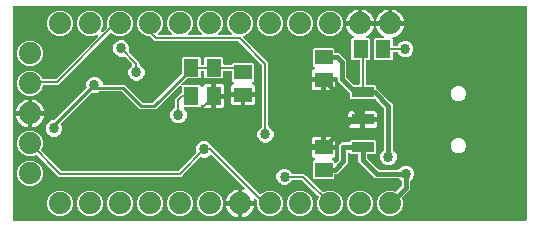
<source format=gbr>
G04 EAGLE Gerber RS-274X export*
G75*
%MOMM*%
%FSLAX34Y34*%
%LPD*%
%INBottom Copper*%
%IPPOS*%
%AMOC8*
5,1,8,0,0,1.08239X$1,22.5*%
G01*
%ADD10R,1.900000X0.900000*%
%ADD11R,1.900000X3.200000*%
%ADD12R,1.500000X1.300000*%
%ADD13C,1.879600*%
%ADD14R,1.300000X1.500000*%
%ADD15C,0.406400*%
%ADD16C,0.858000*%
%ADD17C,0.254000*%
%ADD18C,0.203200*%

G36*
X436082Y2009D02*
X436082Y2009D01*
X436140Y2007D01*
X436222Y2029D01*
X436306Y2041D01*
X436359Y2064D01*
X436415Y2079D01*
X436488Y2122D01*
X436565Y2157D01*
X436610Y2195D01*
X436660Y2224D01*
X436718Y2286D01*
X436782Y2340D01*
X436814Y2389D01*
X436854Y2432D01*
X436893Y2507D01*
X436940Y2577D01*
X436957Y2633D01*
X436984Y2685D01*
X436995Y2753D01*
X437025Y2848D01*
X437028Y2948D01*
X437039Y3016D01*
X437039Y183014D01*
X437031Y183072D01*
X437033Y183130D01*
X437011Y183212D01*
X436999Y183296D01*
X436976Y183349D01*
X436961Y183405D01*
X436918Y183478D01*
X436883Y183555D01*
X436845Y183600D01*
X436816Y183650D01*
X436754Y183708D01*
X436700Y183772D01*
X436651Y183804D01*
X436608Y183844D01*
X436533Y183883D01*
X436463Y183930D01*
X436407Y183947D01*
X436355Y183974D01*
X436287Y183985D01*
X436192Y184015D01*
X436092Y184018D01*
X436024Y184029D01*
X3016Y184029D01*
X2958Y184021D01*
X2900Y184023D01*
X2818Y184001D01*
X2734Y183989D01*
X2681Y183966D01*
X2625Y183951D01*
X2552Y183908D01*
X2475Y183873D01*
X2430Y183835D01*
X2380Y183806D01*
X2322Y183744D01*
X2258Y183690D01*
X2226Y183641D01*
X2186Y183598D01*
X2147Y183523D01*
X2100Y183453D01*
X2083Y183397D01*
X2056Y183345D01*
X2045Y183277D01*
X2015Y183182D01*
X2012Y183082D01*
X2001Y183014D01*
X2001Y3016D01*
X2009Y2958D01*
X2007Y2900D01*
X2029Y2818D01*
X2041Y2734D01*
X2064Y2681D01*
X2079Y2625D01*
X2122Y2552D01*
X2157Y2475D01*
X2195Y2430D01*
X2224Y2380D01*
X2286Y2322D01*
X2340Y2258D01*
X2389Y2226D01*
X2432Y2186D01*
X2507Y2147D01*
X2577Y2100D01*
X2633Y2083D01*
X2685Y2056D01*
X2753Y2045D01*
X2848Y2015D01*
X2948Y2012D01*
X3016Y2001D01*
X436024Y2001D01*
X436082Y2009D01*
G37*
%LPC*%
G36*
X35471Y73179D02*
X35471Y73179D01*
X32961Y74219D01*
X31039Y76141D01*
X29999Y78651D01*
X29999Y81369D01*
X31039Y83879D01*
X32961Y85801D01*
X35471Y86841D01*
X36748Y86841D01*
X36834Y86853D01*
X36922Y86856D01*
X36975Y86873D01*
X37029Y86881D01*
X37109Y86916D01*
X37192Y86943D01*
X37232Y86971D01*
X37289Y86997D01*
X37402Y87093D01*
X37466Y87138D01*
X64255Y113927D01*
X64256Y113928D01*
X64257Y113929D01*
X64345Y114048D01*
X64426Y114154D01*
X64426Y114156D01*
X64427Y114157D01*
X64478Y114291D01*
X64527Y114420D01*
X64527Y114422D01*
X64527Y114423D01*
X64539Y114561D01*
X64550Y114703D01*
X64550Y114705D01*
X64550Y114706D01*
X64547Y114721D01*
X64494Y114982D01*
X64480Y115009D01*
X64475Y115033D01*
X64289Y115481D01*
X64289Y118199D01*
X65329Y120709D01*
X67251Y122631D01*
X69761Y123671D01*
X72479Y123671D01*
X74989Y122631D01*
X76911Y120709D01*
X77951Y118199D01*
X77951Y118110D01*
X77959Y118052D01*
X77957Y117994D01*
X77979Y117912D01*
X77991Y117828D01*
X78014Y117775D01*
X78029Y117719D01*
X78072Y117646D01*
X78107Y117569D01*
X78145Y117524D01*
X78174Y117474D01*
X78236Y117416D01*
X78290Y117352D01*
X78339Y117320D01*
X78382Y117280D01*
X78457Y117241D01*
X78527Y117194D01*
X78583Y117177D01*
X78635Y117150D01*
X78703Y117139D01*
X78798Y117109D01*
X78898Y117106D01*
X78966Y117095D01*
X96408Y117095D01*
X111350Y102152D01*
X111420Y102100D01*
X111484Y102040D01*
X111533Y102014D01*
X111577Y101981D01*
X111659Y101950D01*
X111737Y101910D01*
X111785Y101902D01*
X111843Y101880D01*
X111991Y101868D01*
X112068Y101855D01*
X120342Y101855D01*
X120428Y101867D01*
X120516Y101870D01*
X120569Y101887D01*
X120623Y101895D01*
X120703Y101930D01*
X120786Y101957D01*
X120826Y101985D01*
X120883Y102011D01*
X120996Y102107D01*
X121060Y102152D01*
X144738Y125830D01*
X144790Y125900D01*
X144850Y125964D01*
X144876Y126013D01*
X144909Y126057D01*
X144940Y126139D01*
X144980Y126217D01*
X144988Y126265D01*
X145010Y126323D01*
X145022Y126471D01*
X145035Y126548D01*
X145035Y139512D01*
X145928Y140405D01*
X160192Y140405D01*
X161085Y139512D01*
X161085Y134936D01*
X161092Y134888D01*
X161091Y134882D01*
X161093Y134877D01*
X161091Y134820D01*
X161113Y134738D01*
X161125Y134654D01*
X161148Y134601D01*
X161163Y134545D01*
X161206Y134472D01*
X161241Y134395D01*
X161279Y134350D01*
X161308Y134300D01*
X161370Y134242D01*
X161424Y134178D01*
X161473Y134146D01*
X161516Y134106D01*
X161591Y134067D01*
X161661Y134020D01*
X161717Y134003D01*
X161769Y133976D01*
X161837Y133965D01*
X161932Y133935D01*
X162032Y133932D01*
X162100Y133921D01*
X163020Y133921D01*
X163078Y133929D01*
X163136Y133927D01*
X163218Y133949D01*
X163302Y133961D01*
X163355Y133984D01*
X163411Y133999D01*
X163484Y134042D01*
X163561Y134077D01*
X163606Y134115D01*
X163656Y134144D01*
X163714Y134206D01*
X163778Y134260D01*
X163810Y134309D01*
X163850Y134352D01*
X163889Y134427D01*
X163936Y134497D01*
X163953Y134553D01*
X163980Y134605D01*
X163991Y134673D01*
X164021Y134768D01*
X164024Y134868D01*
X164035Y134936D01*
X164035Y139512D01*
X164928Y140405D01*
X179192Y140405D01*
X180085Y139512D01*
X180085Y134936D01*
X180092Y134888D01*
X180091Y134882D01*
X180093Y134877D01*
X180091Y134820D01*
X180113Y134738D01*
X180125Y134654D01*
X180148Y134601D01*
X180163Y134545D01*
X180206Y134472D01*
X180241Y134395D01*
X180279Y134350D01*
X180308Y134300D01*
X180370Y134242D01*
X180424Y134178D01*
X180473Y134146D01*
X180516Y134106D01*
X180591Y134067D01*
X180661Y134020D01*
X180717Y134003D01*
X180769Y133976D01*
X180837Y133965D01*
X180932Y133935D01*
X181032Y133932D01*
X181100Y133921D01*
X186810Y133921D01*
X186868Y133929D01*
X186926Y133927D01*
X187008Y133949D01*
X187092Y133961D01*
X187145Y133984D01*
X187201Y133999D01*
X187274Y134042D01*
X187351Y134077D01*
X187396Y134115D01*
X187446Y134144D01*
X187504Y134206D01*
X187568Y134260D01*
X187600Y134309D01*
X187640Y134352D01*
X187679Y134427D01*
X187726Y134497D01*
X187743Y134553D01*
X187770Y134605D01*
X187781Y134673D01*
X187793Y134709D01*
X188718Y135635D01*
X204982Y135635D01*
X205875Y134742D01*
X205875Y120478D01*
X204950Y119553D01*
X204895Y119545D01*
X204886Y119541D01*
X204876Y119540D01*
X204756Y119483D01*
X204635Y119429D01*
X204628Y119423D01*
X204619Y119419D01*
X204519Y119331D01*
X204418Y119246D01*
X204413Y119237D01*
X204405Y119231D01*
X204334Y119119D01*
X204261Y119009D01*
X204258Y119000D01*
X204252Y118991D01*
X204215Y118864D01*
X204175Y118738D01*
X204175Y118728D01*
X204172Y118719D01*
X204171Y118586D01*
X204168Y118454D01*
X204170Y118444D01*
X204170Y118434D01*
X204206Y118306D01*
X204239Y118179D01*
X204244Y118170D01*
X204247Y118161D01*
X204317Y118048D01*
X204385Y117934D01*
X204392Y117927D01*
X204397Y117919D01*
X204495Y117831D01*
X204592Y117740D01*
X204601Y117735D01*
X204608Y117729D01*
X204659Y117705D01*
X204845Y117610D01*
X204881Y117604D01*
X204913Y117589D01*
X205331Y117478D01*
X205910Y117143D01*
X206383Y116670D01*
X206718Y116091D01*
X206891Y115444D01*
X206891Y110641D01*
X197866Y110641D01*
X197808Y110633D01*
X197750Y110634D01*
X197668Y110613D01*
X197585Y110601D01*
X197531Y110577D01*
X197475Y110563D01*
X197402Y110520D01*
X197325Y110485D01*
X197281Y110447D01*
X197230Y110417D01*
X197173Y110356D01*
X197108Y110301D01*
X197076Y110253D01*
X197036Y110210D01*
X196997Y110135D01*
X196951Y110065D01*
X196933Y110009D01*
X196906Y109957D01*
X196895Y109889D01*
X196865Y109794D01*
X196862Y109694D01*
X196851Y109626D01*
X196851Y108609D01*
X196849Y108609D01*
X196849Y109626D01*
X196841Y109682D01*
X196842Y109734D01*
X196842Y109742D01*
X196821Y109824D01*
X196809Y109907D01*
X196785Y109961D01*
X196771Y110017D01*
X196728Y110090D01*
X196693Y110167D01*
X196655Y110211D01*
X196625Y110262D01*
X196564Y110319D01*
X196509Y110384D01*
X196461Y110416D01*
X196418Y110456D01*
X196343Y110495D01*
X196273Y110541D01*
X196217Y110559D01*
X196165Y110586D01*
X196097Y110597D01*
X196002Y110627D01*
X195902Y110630D01*
X195834Y110641D01*
X186809Y110641D01*
X186809Y115444D01*
X186982Y116091D01*
X187317Y116670D01*
X187790Y117143D01*
X188369Y117478D01*
X188787Y117589D01*
X188796Y117593D01*
X188805Y117595D01*
X188926Y117649D01*
X189048Y117701D01*
X189056Y117707D01*
X189065Y117711D01*
X189166Y117797D01*
X189269Y117880D01*
X189274Y117888D01*
X189282Y117895D01*
X189355Y118005D01*
X189431Y118114D01*
X189434Y118123D01*
X189439Y118131D01*
X189479Y118257D01*
X189522Y118383D01*
X189522Y118393D01*
X189525Y118402D01*
X189528Y118535D01*
X189534Y118667D01*
X189532Y118676D01*
X189532Y118686D01*
X189499Y118815D01*
X189468Y118943D01*
X189463Y118952D01*
X189461Y118961D01*
X189393Y119075D01*
X189327Y119191D01*
X189320Y119197D01*
X189315Y119206D01*
X189219Y119296D01*
X189124Y119389D01*
X189115Y119394D01*
X189108Y119400D01*
X188990Y119461D01*
X188873Y119523D01*
X188864Y119525D01*
X188855Y119530D01*
X188799Y119539D01*
X188755Y119549D01*
X187825Y120478D01*
X187825Y127824D01*
X187817Y127882D01*
X187819Y127940D01*
X187797Y128022D01*
X187785Y128106D01*
X187762Y128159D01*
X187747Y128215D01*
X187704Y128288D01*
X187669Y128365D01*
X187631Y128410D01*
X187602Y128460D01*
X187540Y128518D01*
X187486Y128582D01*
X187437Y128614D01*
X187394Y128654D01*
X187319Y128693D01*
X187249Y128740D01*
X187193Y128757D01*
X187141Y128784D01*
X187073Y128795D01*
X186978Y128825D01*
X186878Y128828D01*
X186810Y128839D01*
X181100Y128839D01*
X181042Y128831D01*
X180984Y128833D01*
X180902Y128811D01*
X180818Y128799D01*
X180765Y128776D01*
X180709Y128761D01*
X180636Y128718D01*
X180559Y128683D01*
X180514Y128645D01*
X180464Y128616D01*
X180406Y128554D01*
X180342Y128500D01*
X180310Y128451D01*
X180270Y128408D01*
X180231Y128333D01*
X180184Y128263D01*
X180167Y128207D01*
X180140Y128155D01*
X180129Y128087D01*
X180099Y127992D01*
X180096Y127892D01*
X180085Y127824D01*
X180085Y123248D01*
X179192Y122355D01*
X164928Y122355D01*
X164035Y123248D01*
X164035Y127824D01*
X164027Y127882D01*
X164029Y127940D01*
X164007Y128022D01*
X163995Y128106D01*
X163972Y128159D01*
X163957Y128215D01*
X163914Y128288D01*
X163879Y128365D01*
X163841Y128410D01*
X163812Y128460D01*
X163750Y128518D01*
X163696Y128582D01*
X163647Y128614D01*
X163604Y128654D01*
X163529Y128693D01*
X163459Y128740D01*
X163403Y128757D01*
X163351Y128784D01*
X163283Y128795D01*
X163188Y128825D01*
X163088Y128828D01*
X163020Y128839D01*
X162100Y128839D01*
X162042Y128831D01*
X161984Y128833D01*
X161902Y128811D01*
X161818Y128799D01*
X161765Y128776D01*
X161709Y128761D01*
X161636Y128718D01*
X161559Y128683D01*
X161514Y128645D01*
X161464Y128616D01*
X161406Y128554D01*
X161342Y128500D01*
X161310Y128451D01*
X161270Y128408D01*
X161231Y128333D01*
X161184Y128263D01*
X161167Y128207D01*
X161140Y128155D01*
X161129Y128087D01*
X161099Y127992D01*
X161096Y127892D01*
X161085Y127824D01*
X161085Y123248D01*
X160192Y122355D01*
X149588Y122355D01*
X149502Y122343D01*
X149414Y122340D01*
X149361Y122323D01*
X149307Y122315D01*
X149227Y122280D01*
X149144Y122253D01*
X149104Y122225D01*
X149047Y122199D01*
X148934Y122103D01*
X148870Y122058D01*
X144950Y118138D01*
X144933Y118114D01*
X144910Y118095D01*
X144847Y118001D01*
X144779Y117911D01*
X144769Y117883D01*
X144753Y117859D01*
X144718Y117751D01*
X144678Y117645D01*
X144676Y117616D01*
X144667Y117588D01*
X144664Y117474D01*
X144655Y117362D01*
X144660Y117333D01*
X144660Y117304D01*
X144688Y117194D01*
X144710Y117083D01*
X144724Y117057D01*
X144731Y117029D01*
X144789Y116931D01*
X144841Y116831D01*
X144862Y116809D01*
X144877Y116784D01*
X144959Y116707D01*
X145037Y116625D01*
X145063Y116610D01*
X145084Y116590D01*
X145185Y116538D01*
X145282Y116481D01*
X145311Y116474D01*
X145337Y116460D01*
X145414Y116447D01*
X145558Y116411D01*
X145620Y116413D01*
X145668Y116405D01*
X160192Y116405D01*
X161117Y115480D01*
X161125Y115425D01*
X161129Y115416D01*
X161130Y115406D01*
X161152Y115359D01*
X161163Y115317D01*
X161202Y115252D01*
X161241Y115165D01*
X161247Y115158D01*
X161251Y115149D01*
X161288Y115107D01*
X161308Y115073D01*
X161360Y115025D01*
X161424Y114948D01*
X161433Y114943D01*
X161439Y114936D01*
X161488Y114904D01*
X161516Y114878D01*
X161575Y114848D01*
X161661Y114791D01*
X161671Y114788D01*
X161679Y114783D01*
X161737Y114765D01*
X161769Y114749D01*
X161820Y114740D01*
X161932Y114705D01*
X161942Y114705D01*
X161951Y114702D01*
X162053Y114701D01*
X162100Y114693D01*
X162101Y114693D01*
X162144Y114700D01*
X162216Y114698D01*
X162226Y114700D01*
X162236Y114700D01*
X162325Y114725D01*
X162382Y114733D01*
X162423Y114752D01*
X162491Y114769D01*
X162500Y114774D01*
X162509Y114777D01*
X162585Y114824D01*
X162642Y114850D01*
X162678Y114880D01*
X162736Y114915D01*
X162743Y114922D01*
X162751Y114927D01*
X162808Y114991D01*
X162859Y115033D01*
X162887Y115076D01*
X162930Y115122D01*
X162935Y115131D01*
X162941Y115138D01*
X162965Y115190D01*
X162972Y115203D01*
X163016Y115270D01*
X163033Y115323D01*
X163060Y115375D01*
X163066Y115411D01*
X163081Y115443D01*
X163192Y115861D01*
X163527Y116440D01*
X164000Y116913D01*
X164579Y117248D01*
X165226Y117421D01*
X170029Y117421D01*
X170029Y108396D01*
X170037Y108338D01*
X170035Y108280D01*
X170057Y108198D01*
X170069Y108115D01*
X170093Y108061D01*
X170107Y108005D01*
X170150Y107932D01*
X170185Y107855D01*
X170223Y107811D01*
X170253Y107760D01*
X170314Y107703D01*
X170369Y107638D01*
X170417Y107606D01*
X170460Y107566D01*
X170535Y107527D01*
X170605Y107481D01*
X170661Y107463D01*
X170713Y107436D01*
X170781Y107425D01*
X170876Y107395D01*
X170976Y107392D01*
X171044Y107381D01*
X172061Y107381D01*
X172061Y107379D01*
X171044Y107379D01*
X170986Y107371D01*
X170928Y107372D01*
X170846Y107351D01*
X170763Y107339D01*
X170709Y107315D01*
X170653Y107301D01*
X170580Y107258D01*
X170503Y107223D01*
X170458Y107185D01*
X170408Y107155D01*
X170350Y107094D01*
X170286Y107039D01*
X170254Y106991D01*
X170214Y106948D01*
X170175Y106873D01*
X170129Y106803D01*
X170111Y106747D01*
X170084Y106695D01*
X170073Y106627D01*
X170043Y106532D01*
X170040Y106432D01*
X170029Y106364D01*
X170029Y97339D01*
X165226Y97339D01*
X164579Y97512D01*
X164000Y97847D01*
X163527Y98320D01*
X163192Y98899D01*
X163081Y99317D01*
X163077Y99326D01*
X163075Y99335D01*
X163021Y99456D01*
X162969Y99578D01*
X162963Y99586D01*
X162959Y99595D01*
X162874Y99696D01*
X162790Y99799D01*
X162782Y99804D01*
X162775Y99812D01*
X162665Y99885D01*
X162556Y99961D01*
X162547Y99964D01*
X162539Y99969D01*
X162412Y100009D01*
X162287Y100052D01*
X162277Y100052D01*
X162268Y100055D01*
X162135Y100058D01*
X162003Y100064D01*
X161993Y100062D01*
X161984Y100062D01*
X161855Y100029D01*
X161727Y99998D01*
X161718Y99993D01*
X161709Y99991D01*
X161595Y99923D01*
X161479Y99857D01*
X161473Y99850D01*
X161464Y99845D01*
X161373Y99748D01*
X161281Y99654D01*
X161276Y99645D01*
X161270Y99638D01*
X161209Y99519D01*
X161147Y99403D01*
X161145Y99394D01*
X161140Y99385D01*
X161131Y99329D01*
X161121Y99285D01*
X160192Y98355D01*
X147436Y98355D01*
X147407Y98351D01*
X147378Y98354D01*
X147267Y98331D01*
X147154Y98315D01*
X147128Y98303D01*
X147099Y98298D01*
X146998Y98245D01*
X146895Y98199D01*
X146873Y98180D01*
X146847Y98167D01*
X146764Y98089D01*
X146678Y98016D01*
X146662Y97991D01*
X146640Y97971D01*
X146583Y97873D01*
X146520Y97779D01*
X146511Y97751D01*
X146497Y97726D01*
X146469Y97616D01*
X146435Y97508D01*
X146434Y97478D01*
X146427Y97450D01*
X146430Y97337D01*
X146427Y97224D01*
X146435Y97195D01*
X146436Y97166D01*
X146471Y97058D01*
X146499Y96949D01*
X146514Y96923D01*
X146523Y96895D01*
X146569Y96831D01*
X146644Y96704D01*
X146690Y96661D01*
X146718Y96622D01*
X148031Y95309D01*
X149071Y92799D01*
X149071Y90081D01*
X148031Y87571D01*
X146109Y85649D01*
X143599Y84609D01*
X140881Y84609D01*
X138371Y85649D01*
X136449Y87571D01*
X135409Y90081D01*
X135409Y92799D01*
X136449Y95309D01*
X138371Y97231D01*
X139073Y97522D01*
X139074Y97522D01*
X139075Y97523D01*
X139154Y97569D01*
X139201Y97590D01*
X139227Y97613D01*
X139317Y97666D01*
X139319Y97667D01*
X139320Y97668D01*
X139415Y97770D01*
X139513Y97873D01*
X139513Y97874D01*
X139514Y97875D01*
X139577Y97998D01*
X139643Y98125D01*
X139643Y98127D01*
X139644Y98128D01*
X139646Y98143D01*
X139698Y98404D01*
X139695Y98435D01*
X139699Y98459D01*
X139699Y105192D01*
X144645Y110138D01*
X144656Y110144D01*
X144714Y110206D01*
X144778Y110260D01*
X144810Y110309D01*
X144850Y110352D01*
X144889Y110427D01*
X144936Y110497D01*
X144953Y110553D01*
X144980Y110605D01*
X144991Y110673D01*
X145021Y110768D01*
X145024Y110868D01*
X145035Y110936D01*
X145035Y115772D01*
X145031Y115801D01*
X145034Y115830D01*
X145011Y115941D01*
X144995Y116053D01*
X144983Y116080D01*
X144978Y116109D01*
X144926Y116209D01*
X144879Y116313D01*
X144860Y116335D01*
X144847Y116361D01*
X144769Y116443D01*
X144696Y116530D01*
X144671Y116546D01*
X144651Y116567D01*
X144553Y116625D01*
X144459Y116687D01*
X144431Y116696D01*
X144406Y116711D01*
X144296Y116739D01*
X144188Y116773D01*
X144158Y116774D01*
X144130Y116781D01*
X144017Y116778D01*
X143904Y116780D01*
X143875Y116773D01*
X143846Y116772D01*
X143738Y116737D01*
X143629Y116709D01*
X143603Y116694D01*
X143575Y116685D01*
X143512Y116639D01*
X143384Y116563D01*
X143341Y116518D01*
X143302Y116490D01*
X125012Y98200D01*
X123078Y96265D01*
X109332Y96265D01*
X94390Y111208D01*
X94320Y111260D01*
X94256Y111320D01*
X94207Y111346D01*
X94163Y111379D01*
X94081Y111410D01*
X94003Y111450D01*
X93955Y111458D01*
X93897Y111480D01*
X93749Y111492D01*
X93672Y111505D01*
X75866Y111505D01*
X75779Y111493D01*
X75692Y111490D01*
X75639Y111473D01*
X75584Y111465D01*
X75505Y111430D01*
X75421Y111403D01*
X75382Y111375D01*
X75325Y111349D01*
X75212Y111253D01*
X75148Y111208D01*
X74989Y111049D01*
X72479Y110009D01*
X69761Y110009D01*
X69313Y110195D01*
X69312Y110195D01*
X69311Y110196D01*
X69178Y110230D01*
X69038Y110266D01*
X69037Y110266D01*
X69035Y110266D01*
X68894Y110262D01*
X68754Y110258D01*
X68753Y110257D01*
X68751Y110257D01*
X68617Y110214D01*
X68483Y110171D01*
X68482Y110170D01*
X68480Y110170D01*
X68468Y110161D01*
X68247Y110013D01*
X68227Y109989D01*
X68207Y109975D01*
X42951Y84719D01*
X42950Y84718D01*
X42949Y84717D01*
X42863Y84602D01*
X42780Y84492D01*
X42780Y84490D01*
X42779Y84489D01*
X42728Y84354D01*
X42679Y84226D01*
X42679Y84225D01*
X42679Y84223D01*
X42667Y84079D01*
X42656Y83943D01*
X42656Y83941D01*
X42656Y83940D01*
X42659Y83924D01*
X42712Y83664D01*
X42726Y83637D01*
X42731Y83613D01*
X43661Y81369D01*
X43661Y78651D01*
X42621Y76141D01*
X40699Y74219D01*
X38189Y73179D01*
X35471Y73179D01*
G37*
%LPD*%
%LPC*%
G36*
X214541Y68099D02*
X214541Y68099D01*
X212031Y69139D01*
X210109Y71061D01*
X209069Y73571D01*
X209069Y76289D01*
X210109Y78799D01*
X212031Y80721D01*
X212733Y81012D01*
X212734Y81012D01*
X212735Y81013D01*
X212852Y81082D01*
X212977Y81156D01*
X212979Y81157D01*
X212980Y81158D01*
X213075Y81260D01*
X213173Y81363D01*
X213173Y81364D01*
X213174Y81365D01*
X213239Y81491D01*
X213303Y81615D01*
X213303Y81617D01*
X213304Y81618D01*
X213306Y81633D01*
X213358Y81894D01*
X213355Y81925D01*
X213359Y81949D01*
X213359Y133147D01*
X213347Y133234D01*
X213344Y133321D01*
X213327Y133374D01*
X213319Y133429D01*
X213284Y133508D01*
X213257Y133592D01*
X213229Y133631D01*
X213203Y133688D01*
X213107Y133801D01*
X213062Y133865D01*
X193555Y153372D01*
X193485Y153424D01*
X193421Y153484D01*
X193372Y153510D01*
X193328Y153543D01*
X193246Y153574D01*
X193168Y153614D01*
X193121Y153622D01*
X193062Y153644D01*
X192914Y153656D01*
X192837Y153669D01*
X122138Y153669D01*
X118117Y157690D01*
X118047Y157742D01*
X117983Y157802D01*
X117934Y157828D01*
X117890Y157861D01*
X117808Y157892D01*
X117730Y157932D01*
X117683Y157940D01*
X117624Y157962D01*
X117476Y157974D01*
X117399Y157987D01*
X115937Y157987D01*
X111923Y159650D01*
X108850Y162723D01*
X107187Y166737D01*
X107187Y171083D01*
X108850Y175097D01*
X111923Y178170D01*
X115937Y179833D01*
X120283Y179833D01*
X124297Y178170D01*
X127370Y175097D01*
X129033Y171083D01*
X129033Y166737D01*
X127370Y162723D01*
X125131Y160484D01*
X125113Y160460D01*
X125091Y160441D01*
X125028Y160347D01*
X124960Y160257D01*
X124950Y160229D01*
X124933Y160205D01*
X124899Y160097D01*
X124859Y159991D01*
X124856Y159962D01*
X124848Y159934D01*
X124845Y159820D01*
X124835Y159708D01*
X124841Y159679D01*
X124840Y159650D01*
X124869Y159540D01*
X124891Y159429D01*
X124905Y159403D01*
X124912Y159375D01*
X124970Y159277D01*
X125022Y159177D01*
X125042Y159155D01*
X125057Y159130D01*
X125140Y159053D01*
X125218Y158971D01*
X125243Y158956D01*
X125265Y158936D01*
X125365Y158884D01*
X125463Y158827D01*
X125492Y158820D01*
X125518Y158806D01*
X125595Y158793D01*
X125739Y158757D01*
X125801Y158759D01*
X125849Y158751D01*
X135771Y158751D01*
X135800Y158755D01*
X135829Y158752D01*
X135941Y158775D01*
X136053Y158791D01*
X136079Y158803D01*
X136108Y158808D01*
X136209Y158861D01*
X136312Y158907D01*
X136334Y158926D01*
X136361Y158939D01*
X136443Y159017D01*
X136529Y159090D01*
X136545Y159115D01*
X136567Y159135D01*
X136624Y159233D01*
X136687Y159327D01*
X136696Y159355D01*
X136710Y159380D01*
X136738Y159490D01*
X136772Y159598D01*
X136773Y159628D01*
X136780Y159656D01*
X136777Y159769D01*
X136780Y159882D01*
X136772Y159911D01*
X136771Y159940D01*
X136736Y160048D01*
X136708Y160157D01*
X136693Y160183D01*
X136684Y160211D01*
X136638Y160274D01*
X136563Y160402D01*
X136517Y160445D01*
X136489Y160484D01*
X134250Y162723D01*
X132587Y166737D01*
X132587Y171083D01*
X134250Y175097D01*
X137323Y178170D01*
X141337Y179833D01*
X145683Y179833D01*
X149697Y178170D01*
X152770Y175097D01*
X154433Y171083D01*
X154433Y166737D01*
X152770Y162723D01*
X150531Y160484D01*
X150513Y160460D01*
X150491Y160441D01*
X150428Y160347D01*
X150360Y160257D01*
X150350Y160229D01*
X150333Y160205D01*
X150299Y160097D01*
X150259Y159991D01*
X150256Y159962D01*
X150248Y159934D01*
X150245Y159820D01*
X150235Y159708D01*
X150241Y159679D01*
X150240Y159650D01*
X150269Y159540D01*
X150291Y159429D01*
X150305Y159403D01*
X150312Y159375D01*
X150370Y159277D01*
X150422Y159177D01*
X150442Y159155D01*
X150457Y159130D01*
X150540Y159053D01*
X150618Y158971D01*
X150643Y158956D01*
X150665Y158936D01*
X150765Y158884D01*
X150863Y158827D01*
X150892Y158820D01*
X150918Y158806D01*
X150995Y158793D01*
X151139Y158757D01*
X151201Y158759D01*
X151249Y158751D01*
X161171Y158751D01*
X161200Y158755D01*
X161229Y158752D01*
X161341Y158775D01*
X161453Y158791D01*
X161479Y158803D01*
X161508Y158808D01*
X161609Y158861D01*
X161712Y158907D01*
X161734Y158926D01*
X161761Y158939D01*
X161843Y159017D01*
X161929Y159090D01*
X161945Y159115D01*
X161967Y159135D01*
X162024Y159233D01*
X162087Y159327D01*
X162096Y159355D01*
X162110Y159380D01*
X162138Y159490D01*
X162172Y159598D01*
X162173Y159628D01*
X162180Y159656D01*
X162177Y159769D01*
X162180Y159882D01*
X162172Y159911D01*
X162171Y159940D01*
X162136Y160048D01*
X162108Y160157D01*
X162093Y160183D01*
X162084Y160211D01*
X162038Y160274D01*
X161963Y160402D01*
X161917Y160445D01*
X161889Y160484D01*
X159650Y162723D01*
X157987Y166737D01*
X157987Y171083D01*
X159650Y175097D01*
X162723Y178170D01*
X166737Y179833D01*
X171083Y179833D01*
X175097Y178170D01*
X178170Y175097D01*
X179833Y171083D01*
X179833Y166737D01*
X178170Y162723D01*
X175931Y160484D01*
X175913Y160460D01*
X175891Y160441D01*
X175828Y160347D01*
X175760Y160257D01*
X175750Y160229D01*
X175733Y160205D01*
X175699Y160097D01*
X175659Y159991D01*
X175656Y159962D01*
X175648Y159934D01*
X175645Y159820D01*
X175635Y159708D01*
X175641Y159679D01*
X175640Y159650D01*
X175669Y159540D01*
X175691Y159429D01*
X175705Y159403D01*
X175712Y159375D01*
X175770Y159277D01*
X175822Y159177D01*
X175842Y159155D01*
X175857Y159130D01*
X175940Y159053D01*
X176018Y158971D01*
X176043Y158956D01*
X176065Y158936D01*
X176165Y158884D01*
X176263Y158827D01*
X176292Y158820D01*
X176318Y158806D01*
X176395Y158793D01*
X176539Y158757D01*
X176601Y158759D01*
X176649Y158751D01*
X186571Y158751D01*
X186600Y158755D01*
X186629Y158752D01*
X186741Y158775D01*
X186853Y158791D01*
X186879Y158803D01*
X186908Y158808D01*
X187009Y158861D01*
X187112Y158907D01*
X187134Y158926D01*
X187161Y158939D01*
X187243Y159017D01*
X187329Y159090D01*
X187345Y159115D01*
X187367Y159135D01*
X187424Y159233D01*
X187487Y159327D01*
X187496Y159355D01*
X187510Y159380D01*
X187538Y159490D01*
X187572Y159598D01*
X187573Y159628D01*
X187580Y159656D01*
X187577Y159769D01*
X187580Y159882D01*
X187572Y159911D01*
X187571Y159940D01*
X187536Y160048D01*
X187508Y160157D01*
X187493Y160183D01*
X187484Y160211D01*
X187438Y160274D01*
X187363Y160402D01*
X187317Y160445D01*
X187289Y160484D01*
X185050Y162723D01*
X183387Y166737D01*
X183387Y171083D01*
X185050Y175097D01*
X188123Y178170D01*
X192137Y179833D01*
X196483Y179833D01*
X200497Y178170D01*
X203570Y175097D01*
X205233Y171083D01*
X205233Y166737D01*
X203570Y162723D01*
X200497Y159650D01*
X197634Y158464D01*
X197535Y158406D01*
X197433Y158353D01*
X197413Y158334D01*
X197389Y158320D01*
X197311Y158236D01*
X197227Y158157D01*
X197213Y158133D01*
X197194Y158113D01*
X197142Y158011D01*
X197084Y157912D01*
X197077Y157885D01*
X197064Y157860D01*
X197042Y157747D01*
X197013Y157636D01*
X197014Y157609D01*
X197009Y157581D01*
X197019Y157467D01*
X197022Y157352D01*
X197031Y157326D01*
X197033Y157298D01*
X197075Y157191D01*
X197110Y157082D01*
X197124Y157061D01*
X197135Y157033D01*
X197296Y156821D01*
X197305Y156808D01*
X218441Y135672D01*
X218441Y81949D01*
X218441Y81948D01*
X218441Y81946D01*
X218461Y81806D01*
X218481Y81668D01*
X218481Y81667D01*
X218481Y81665D01*
X218540Y81535D01*
X218597Y81409D01*
X218598Y81407D01*
X218599Y81406D01*
X218690Y81299D01*
X218780Y81192D01*
X218782Y81191D01*
X218783Y81189D01*
X218795Y81182D01*
X219017Y81034D01*
X219046Y81025D01*
X219067Y81012D01*
X219769Y80721D01*
X221691Y78799D01*
X222731Y76289D01*
X222731Y73571D01*
X221691Y71061D01*
X219769Y69139D01*
X217259Y68099D01*
X214541Y68099D01*
G37*
%LPD*%
%LPC*%
G36*
X318681Y49049D02*
X318681Y49049D01*
X316171Y50089D01*
X314249Y52011D01*
X313209Y54521D01*
X313209Y57239D01*
X314249Y59749D01*
X316186Y61686D01*
X316238Y61756D01*
X316298Y61820D01*
X316324Y61869D01*
X316357Y61913D01*
X316388Y61995D01*
X316428Y62073D01*
X316436Y62120D01*
X316458Y62179D01*
X316470Y62327D01*
X316483Y62404D01*
X316483Y96966D01*
X316471Y97053D01*
X316468Y97140D01*
X316451Y97193D01*
X316443Y97248D01*
X316408Y97328D01*
X316381Y97411D01*
X316353Y97450D01*
X316327Y97507D01*
X316231Y97620D01*
X316186Y97684D01*
X309471Y104399D01*
X309424Y104434D01*
X309384Y104477D01*
X309311Y104519D01*
X309244Y104570D01*
X309189Y104591D01*
X309139Y104620D01*
X309057Y104641D01*
X308978Y104671D01*
X308920Y104676D01*
X308863Y104690D01*
X308779Y104688D01*
X308695Y104695D01*
X308638Y104683D01*
X308579Y104681D01*
X308499Y104655D01*
X308416Y104639D01*
X308364Y104612D01*
X308344Y104605D01*
X287978Y104605D01*
X287085Y105498D01*
X287085Y110054D01*
X287073Y110141D01*
X287070Y110228D01*
X287053Y110281D01*
X287045Y110336D01*
X287010Y110416D01*
X286983Y110499D01*
X286955Y110538D01*
X286929Y110595D01*
X286833Y110708D01*
X286788Y110772D01*
X277113Y120447D01*
X277113Y122326D01*
X277105Y122384D01*
X277107Y122442D01*
X277085Y122524D01*
X277073Y122607D01*
X277050Y122661D01*
X277035Y122717D01*
X276992Y122790D01*
X276957Y122867D01*
X276919Y122911D01*
X276890Y122962D01*
X276828Y123019D01*
X276774Y123084D01*
X276725Y123116D01*
X276682Y123156D01*
X276607Y123195D01*
X276537Y123241D01*
X276481Y123259D01*
X276429Y123286D01*
X276361Y123297D01*
X276266Y123327D01*
X276166Y123330D01*
X276098Y123341D01*
X266126Y123341D01*
X266068Y123333D01*
X266010Y123334D01*
X265928Y123313D01*
X265845Y123301D01*
X265791Y123277D01*
X265735Y123263D01*
X265662Y123220D01*
X265585Y123185D01*
X265541Y123147D01*
X265490Y123117D01*
X265433Y123056D01*
X265368Y123001D01*
X265336Y122953D01*
X265296Y122910D01*
X265257Y122835D01*
X265211Y122765D01*
X265193Y122709D01*
X265166Y122657D01*
X265155Y122589D01*
X265125Y122494D01*
X265122Y122394D01*
X265111Y122326D01*
X265111Y121309D01*
X265109Y121309D01*
X265109Y122326D01*
X265101Y122384D01*
X265102Y122442D01*
X265081Y122524D01*
X265069Y122607D01*
X265045Y122661D01*
X265031Y122717D01*
X264988Y122790D01*
X264953Y122867D01*
X264915Y122911D01*
X264885Y122962D01*
X264824Y123019D01*
X264769Y123084D01*
X264721Y123116D01*
X264678Y123156D01*
X264603Y123195D01*
X264533Y123241D01*
X264477Y123259D01*
X264425Y123286D01*
X264357Y123297D01*
X264262Y123327D01*
X264162Y123330D01*
X264094Y123341D01*
X255069Y123341D01*
X255069Y128144D01*
X255242Y128791D01*
X255577Y129370D01*
X256050Y129843D01*
X256629Y130178D01*
X257047Y130289D01*
X257056Y130293D01*
X257065Y130295D01*
X257186Y130349D01*
X257308Y130401D01*
X257316Y130407D01*
X257325Y130411D01*
X257426Y130496D01*
X257529Y130580D01*
X257534Y130588D01*
X257542Y130595D01*
X257615Y130705D01*
X257691Y130814D01*
X257694Y130823D01*
X257699Y130831D01*
X257739Y130958D01*
X257782Y131083D01*
X257782Y131093D01*
X257785Y131102D01*
X257788Y131235D01*
X257794Y131367D01*
X257792Y131377D01*
X257792Y131386D01*
X257759Y131514D01*
X257728Y131643D01*
X257723Y131652D01*
X257721Y131661D01*
X257653Y131775D01*
X257587Y131891D01*
X257580Y131897D01*
X257575Y131906D01*
X257478Y131997D01*
X257384Y132089D01*
X257375Y132094D01*
X257368Y132100D01*
X257249Y132161D01*
X257133Y132223D01*
X257124Y132225D01*
X257115Y132230D01*
X257059Y132239D01*
X257015Y132249D01*
X256085Y133178D01*
X256085Y147442D01*
X256978Y148335D01*
X273242Y148335D01*
X274135Y147442D01*
X274135Y144882D01*
X274143Y144824D01*
X274141Y144766D01*
X274163Y144684D01*
X274175Y144600D01*
X274198Y144547D01*
X274213Y144491D01*
X274256Y144418D01*
X274291Y144341D01*
X274329Y144296D01*
X274358Y144246D01*
X274420Y144188D01*
X274474Y144124D01*
X274523Y144092D01*
X274566Y144052D01*
X274641Y144013D01*
X274711Y143966D01*
X274767Y143949D01*
X274819Y143922D01*
X274887Y143911D01*
X274982Y143881D01*
X275082Y143878D01*
X275150Y143867D01*
X277723Y143867D01*
X284227Y137363D01*
X284227Y123814D01*
X284235Y123759D01*
X284233Y123714D01*
X284240Y123688D01*
X284242Y123640D01*
X284259Y123587D01*
X284267Y123532D01*
X284301Y123455D01*
X284305Y123439D01*
X284308Y123434D01*
X284329Y123369D01*
X284357Y123330D01*
X284383Y123273D01*
X284479Y123160D01*
X284524Y123096D01*
X290668Y116952D01*
X290738Y116900D01*
X290802Y116840D01*
X290851Y116814D01*
X290895Y116781D01*
X290977Y116750D01*
X291055Y116710D01*
X291102Y116702D01*
X291161Y116680D01*
X291308Y116668D01*
X291386Y116655D01*
X294554Y116655D01*
X294612Y116663D01*
X294670Y116661D01*
X294752Y116683D01*
X294836Y116695D01*
X294889Y116718D01*
X294945Y116733D01*
X295018Y116776D01*
X295095Y116811D01*
X295140Y116849D01*
X295190Y116878D01*
X295248Y116940D01*
X295312Y116994D01*
X295344Y117043D01*
X295384Y117086D01*
X295423Y117161D01*
X295470Y117231D01*
X295487Y117287D01*
X295514Y117339D01*
X295525Y117407D01*
X295555Y117502D01*
X295558Y117602D01*
X295569Y117670D01*
X295569Y137280D01*
X295561Y137338D01*
X295563Y137396D01*
X295541Y137478D01*
X295529Y137562D01*
X295506Y137615D01*
X295491Y137671D01*
X295448Y137744D01*
X295413Y137821D01*
X295375Y137866D01*
X295346Y137916D01*
X295284Y137974D01*
X295230Y138038D01*
X295181Y138070D01*
X295138Y138110D01*
X295063Y138149D01*
X294993Y138196D01*
X294937Y138213D01*
X294885Y138240D01*
X294817Y138251D01*
X294722Y138281D01*
X294622Y138284D01*
X294554Y138295D01*
X289438Y138295D01*
X288545Y139188D01*
X288545Y155452D01*
X289438Y156345D01*
X290045Y156345D01*
X290090Y156351D01*
X290137Y156349D01*
X290231Y156371D01*
X290326Y156385D01*
X290368Y156403D01*
X290413Y156414D01*
X290497Y156461D01*
X290586Y156501D01*
X290621Y156531D01*
X290661Y156553D01*
X290729Y156622D01*
X290803Y156684D01*
X290828Y156723D01*
X290861Y156756D01*
X290907Y156841D01*
X290960Y156921D01*
X290974Y156965D01*
X290996Y157006D01*
X291017Y157100D01*
X291046Y157192D01*
X291047Y157238D01*
X291057Y157283D01*
X291051Y157380D01*
X291053Y157476D01*
X291042Y157521D01*
X291039Y157567D01*
X291006Y157658D01*
X290981Y157751D01*
X290958Y157791D01*
X290942Y157835D01*
X290885Y157913D01*
X290836Y157996D01*
X290802Y158027D01*
X290775Y158065D01*
X290715Y158110D01*
X290629Y158190D01*
X290554Y158228D01*
X290506Y158265D01*
X289653Y158699D01*
X288132Y159804D01*
X286804Y161132D01*
X285699Y162653D01*
X284846Y164327D01*
X284265Y166114D01*
X284144Y166879D01*
X294894Y166879D01*
X294952Y166887D01*
X295010Y166885D01*
X295092Y166907D01*
X295175Y166919D01*
X295229Y166943D01*
X295285Y166957D01*
X295358Y167000D01*
X295435Y167035D01*
X295479Y167073D01*
X295530Y167103D01*
X295587Y167164D01*
X295652Y167219D01*
X295684Y167267D01*
X295724Y167310D01*
X295763Y167385D01*
X295809Y167455D01*
X295827Y167511D01*
X295854Y167563D01*
X295865Y167631D01*
X295895Y167726D01*
X295898Y167826D01*
X295909Y167894D01*
X295909Y168911D01*
X295911Y168911D01*
X295911Y167894D01*
X295919Y167836D01*
X295918Y167778D01*
X295939Y167696D01*
X295951Y167613D01*
X295975Y167559D01*
X295989Y167503D01*
X296032Y167430D01*
X296067Y167353D01*
X296105Y167308D01*
X296135Y167258D01*
X296196Y167200D01*
X296251Y167136D01*
X296299Y167104D01*
X296342Y167064D01*
X296417Y167025D01*
X296487Y166979D01*
X296543Y166961D01*
X296595Y166934D01*
X296663Y166923D01*
X296758Y166893D01*
X296858Y166890D01*
X296926Y166879D01*
X307797Y166879D01*
X307788Y166865D01*
X307714Y166764D01*
X307709Y166750D01*
X307699Y166734D01*
X307610Y166464D01*
X307610Y166455D01*
X307607Y166446D01*
X307555Y166114D01*
X306974Y164327D01*
X306121Y162653D01*
X305016Y161132D01*
X303688Y159804D01*
X302167Y158699D01*
X301314Y158265D01*
X301277Y158238D01*
X301234Y158219D01*
X301161Y158157D01*
X301082Y158101D01*
X301053Y158065D01*
X301017Y158035D01*
X300964Y157955D01*
X300903Y157880D01*
X300886Y157837D01*
X300860Y157799D01*
X300831Y157707D01*
X300793Y157618D01*
X300788Y157572D01*
X300774Y157528D01*
X300772Y157431D01*
X300760Y157335D01*
X300768Y157290D01*
X300767Y157244D01*
X300791Y157150D01*
X300807Y157055D01*
X300827Y157013D01*
X300839Y156969D01*
X300888Y156886D01*
X300930Y156798D01*
X300960Y156764D01*
X300984Y156724D01*
X301054Y156658D01*
X301118Y156586D01*
X301158Y156561D01*
X301191Y156530D01*
X301277Y156486D01*
X301359Y156434D01*
X301403Y156421D01*
X301444Y156400D01*
X301519Y156388D01*
X301632Y156355D01*
X301715Y156355D01*
X301775Y156345D01*
X303702Y156345D01*
X304595Y155452D01*
X304595Y139188D01*
X303702Y138295D01*
X301666Y138295D01*
X301608Y138287D01*
X301550Y138289D01*
X301468Y138267D01*
X301384Y138255D01*
X301331Y138232D01*
X301275Y138217D01*
X301202Y138174D01*
X301125Y138139D01*
X301080Y138101D01*
X301030Y138072D01*
X300972Y138010D01*
X300908Y137956D01*
X300876Y137907D01*
X300836Y137864D01*
X300797Y137789D01*
X300750Y137719D01*
X300733Y137663D01*
X300706Y137611D01*
X300695Y137543D01*
X300665Y137448D01*
X300662Y137348D01*
X300651Y137280D01*
X300651Y117670D01*
X300659Y117612D01*
X300657Y117554D01*
X300679Y117472D01*
X300691Y117388D01*
X300714Y117335D01*
X300729Y117279D01*
X300772Y117206D01*
X300807Y117129D01*
X300845Y117084D01*
X300874Y117034D01*
X300936Y116976D01*
X300990Y116912D01*
X301039Y116880D01*
X301082Y116840D01*
X301157Y116801D01*
X301227Y116754D01*
X301283Y116737D01*
X301335Y116710D01*
X301403Y116699D01*
X301498Y116669D01*
X301598Y116666D01*
X301666Y116655D01*
X308242Y116655D01*
X309135Y115762D01*
X309135Y115202D01*
X309143Y115144D01*
X309141Y115086D01*
X309163Y115004D01*
X309175Y114920D01*
X309198Y114867D01*
X309213Y114811D01*
X309256Y114738D01*
X309291Y114661D01*
X309329Y114616D01*
X309358Y114566D01*
X309420Y114508D01*
X309474Y114444D01*
X309509Y114421D01*
X312124Y111806D01*
X321216Y102714D01*
X323597Y100333D01*
X323597Y62404D01*
X323609Y62317D01*
X323612Y62230D01*
X323629Y62177D01*
X323637Y62122D01*
X323672Y62043D01*
X323699Y61959D01*
X323727Y61920D01*
X323753Y61863D01*
X323849Y61750D01*
X323894Y61686D01*
X325831Y59749D01*
X326871Y57239D01*
X326871Y54521D01*
X325831Y52011D01*
X323909Y50089D01*
X321399Y49049D01*
X318681Y49049D01*
G37*
%LPD*%
%LPC*%
G36*
X217537Y5587D02*
X217537Y5587D01*
X213523Y7250D01*
X210450Y10323D01*
X208787Y14337D01*
X208787Y18712D01*
X208775Y18799D01*
X208772Y18886D01*
X208755Y18939D01*
X208747Y18993D01*
X208712Y19073D01*
X208685Y19157D01*
X208657Y19196D01*
X208631Y19253D01*
X208535Y19366D01*
X208490Y19430D01*
X207664Y20256D01*
X207577Y20321D01*
X207494Y20392D01*
X207464Y20407D01*
X207437Y20427D01*
X207335Y20466D01*
X207236Y20511D01*
X207203Y20516D01*
X207171Y20528D01*
X207063Y20537D01*
X206955Y20553D01*
X206921Y20549D01*
X206888Y20552D01*
X206781Y20530D01*
X206673Y20516D01*
X206642Y20503D01*
X206609Y20496D01*
X206512Y20446D01*
X206413Y20402D01*
X206387Y20381D01*
X206357Y20365D01*
X206278Y20290D01*
X206194Y20221D01*
X206175Y20192D01*
X206150Y20169D01*
X206095Y20075D01*
X206034Y19985D01*
X206024Y19953D01*
X206007Y19924D01*
X205980Y19818D01*
X205946Y19715D01*
X205946Y19685D01*
X205937Y19648D01*
X205944Y19430D01*
X205943Y19379D01*
X206076Y18541D01*
X196341Y18541D01*
X196341Y28276D01*
X197179Y28143D01*
X197288Y28141D01*
X197396Y28132D01*
X197430Y28139D01*
X197464Y28138D01*
X197569Y28167D01*
X197675Y28188D01*
X197705Y28204D01*
X197738Y28213D01*
X197831Y28269D01*
X197928Y28319D01*
X197952Y28342D01*
X197981Y28360D01*
X198055Y28440D01*
X198134Y28515D01*
X198151Y28544D01*
X198174Y28569D01*
X198222Y28666D01*
X198277Y28760D01*
X198286Y28793D01*
X198301Y28823D01*
X198321Y28930D01*
X198347Y29036D01*
X198346Y29070D01*
X198353Y29103D01*
X198342Y29211D01*
X198338Y29320D01*
X198328Y29352D01*
X198325Y29386D01*
X198284Y29487D01*
X198251Y29590D01*
X198233Y29615D01*
X198219Y29650D01*
X198085Y29823D01*
X198056Y29864D01*
X170308Y57612D01*
X170261Y57647D01*
X170221Y57690D01*
X170148Y57732D01*
X170081Y57783D01*
X170026Y57804D01*
X169976Y57833D01*
X169894Y57854D01*
X169815Y57884D01*
X169757Y57889D01*
X169700Y57903D01*
X169616Y57901D01*
X169532Y57908D01*
X169474Y57896D01*
X169416Y57894D01*
X169336Y57868D01*
X169253Y57852D01*
X169201Y57825D01*
X169145Y57807D01*
X169089Y57767D01*
X169001Y57721D01*
X168928Y57652D01*
X168872Y57612D01*
X167699Y56439D01*
X165189Y55399D01*
X162471Y55399D01*
X161769Y55690D01*
X161768Y55690D01*
X161767Y55691D01*
X161633Y55725D01*
X161494Y55761D01*
X161493Y55761D01*
X161491Y55761D01*
X161350Y55757D01*
X161210Y55753D01*
X161208Y55752D01*
X161207Y55752D01*
X161074Y55709D01*
X160939Y55666D01*
X160938Y55665D01*
X160936Y55665D01*
X160924Y55656D01*
X160703Y55508D01*
X160683Y55484D01*
X160663Y55470D01*
X146122Y40929D01*
X144336Y39143D01*
X41084Y39143D01*
X22809Y57418D01*
X22808Y57419D01*
X22807Y57420D01*
X22693Y57505D01*
X22582Y57589D01*
X22580Y57589D01*
X22579Y57590D01*
X22447Y57640D01*
X22316Y57690D01*
X22314Y57690D01*
X22313Y57691D01*
X22168Y57702D01*
X22033Y57714D01*
X22031Y57713D01*
X22030Y57714D01*
X22014Y57710D01*
X21754Y57658D01*
X21727Y57644D01*
X21702Y57638D01*
X18683Y56387D01*
X14337Y56387D01*
X10323Y58050D01*
X7250Y61123D01*
X5587Y65137D01*
X5587Y69483D01*
X7250Y73497D01*
X10323Y76570D01*
X14337Y78233D01*
X18683Y78233D01*
X22697Y76570D01*
X25770Y73497D01*
X27433Y69483D01*
X27433Y65137D01*
X26182Y62118D01*
X26181Y62116D01*
X26181Y62115D01*
X26147Y61980D01*
X26111Y61842D01*
X26111Y61841D01*
X26111Y61839D01*
X26115Y61699D01*
X26119Y61558D01*
X26120Y61557D01*
X26120Y61555D01*
X26163Y61422D01*
X26206Y61287D01*
X26207Y61286D01*
X26207Y61285D01*
X26216Y61272D01*
X26364Y61051D01*
X26387Y61032D01*
X26402Y61011D01*
X42891Y44522D01*
X42961Y44470D01*
X43025Y44410D01*
X43074Y44384D01*
X43118Y44351D01*
X43200Y44320D01*
X43278Y44280D01*
X43325Y44272D01*
X43384Y44250D01*
X43532Y44238D01*
X43609Y44225D01*
X141811Y44225D01*
X141898Y44237D01*
X141985Y44240D01*
X142038Y44257D01*
X142093Y44265D01*
X142172Y44300D01*
X142256Y44327D01*
X142295Y44355D01*
X142352Y44381D01*
X142465Y44477D01*
X142529Y44522D01*
X157070Y59063D01*
X157071Y59064D01*
X157072Y59065D01*
X157156Y59177D01*
X157241Y59290D01*
X157241Y59292D01*
X157242Y59293D01*
X157292Y59425D01*
X157342Y59556D01*
X157342Y59557D01*
X157343Y59559D01*
X157354Y59702D01*
X157366Y59839D01*
X157365Y59841D01*
X157365Y59842D01*
X157362Y59858D01*
X157310Y60118D01*
X157296Y60145D01*
X157290Y60169D01*
X156999Y60871D01*
X156999Y63589D01*
X158039Y66099D01*
X159961Y68021D01*
X162471Y69061D01*
X165189Y69061D01*
X167699Y68021D01*
X169621Y66099D01*
X169978Y65238D01*
X169993Y65211D01*
X170003Y65182D01*
X170048Y65118D01*
X170122Y64993D01*
X170169Y64949D01*
X170198Y64908D01*
X210712Y24394D01*
X210758Y24359D01*
X210799Y24317D01*
X210871Y24274D01*
X210939Y24224D01*
X210993Y24203D01*
X211044Y24173D01*
X211126Y24152D01*
X211204Y24122D01*
X211263Y24118D01*
X211319Y24103D01*
X211404Y24106D01*
X211488Y24099D01*
X211545Y24110D01*
X211604Y24112D01*
X211684Y24138D01*
X211767Y24155D01*
X211818Y24182D01*
X211874Y24200D01*
X211930Y24240D01*
X212019Y24286D01*
X212091Y24354D01*
X212147Y24394D01*
X213523Y25770D01*
X217537Y27433D01*
X221883Y27433D01*
X225897Y25770D01*
X228970Y22697D01*
X230633Y18683D01*
X230633Y14337D01*
X228970Y10323D01*
X225897Y7250D01*
X221883Y5587D01*
X217537Y5587D01*
G37*
%LPD*%
%LPC*%
G36*
X319137Y5587D02*
X319137Y5587D01*
X315123Y7250D01*
X312050Y10323D01*
X310387Y14337D01*
X310387Y18683D01*
X312050Y22697D01*
X315123Y25770D01*
X319137Y27433D01*
X323483Y27433D01*
X325486Y26603D01*
X325488Y26602D01*
X325489Y26602D01*
X325622Y26568D01*
X325762Y26532D01*
X325763Y26532D01*
X325765Y26531D01*
X325906Y26536D01*
X326046Y26540D01*
X326047Y26540D01*
X326049Y26540D01*
X326182Y26583D01*
X326317Y26627D01*
X326318Y26627D01*
X326319Y26628D01*
X326332Y26637D01*
X326553Y26785D01*
X326572Y26808D01*
X326593Y26823D01*
X330976Y31206D01*
X331028Y31276D01*
X331088Y31340D01*
X331114Y31389D01*
X331147Y31433D01*
X331178Y31515D01*
X331218Y31593D01*
X331226Y31640D01*
X331248Y31699D01*
X331260Y31846D01*
X331273Y31924D01*
X331273Y35196D01*
X331261Y35283D01*
X331258Y35370D01*
X331241Y35423D01*
X331233Y35478D01*
X331198Y35557D01*
X331171Y35641D01*
X331143Y35680D01*
X331117Y35737D01*
X331021Y35850D01*
X330976Y35914D01*
X329024Y37866D01*
X328954Y37918D01*
X328890Y37978D01*
X328841Y38004D01*
X328797Y38037D01*
X328715Y38068D01*
X328637Y38108D01*
X328590Y38116D01*
X328531Y38138D01*
X328383Y38150D01*
X328306Y38163D01*
X308597Y38163D01*
X306216Y40544D01*
X296934Y49826D01*
X294553Y52207D01*
X294553Y57590D01*
X294545Y57648D01*
X294547Y57706D01*
X294525Y57788D01*
X294513Y57872D01*
X294490Y57925D01*
X294475Y57981D01*
X294432Y58054D01*
X294397Y58131D01*
X294359Y58176D01*
X294330Y58226D01*
X294268Y58284D01*
X294214Y58348D01*
X294165Y58380D01*
X294122Y58420D01*
X294047Y58459D01*
X293977Y58506D01*
X293921Y58523D01*
X293869Y58550D01*
X293801Y58561D01*
X293706Y58591D01*
X293606Y58594D01*
X293538Y58605D01*
X287978Y58605D01*
X287230Y59354D01*
X287206Y59371D01*
X287187Y59394D01*
X287093Y59457D01*
X287003Y59525D01*
X286975Y59535D01*
X286951Y59551D01*
X286843Y59586D01*
X286737Y59626D01*
X286708Y59628D01*
X286680Y59637D01*
X286566Y59640D01*
X286454Y59650D01*
X286425Y59644D01*
X286396Y59645D01*
X286286Y59616D01*
X286175Y59594D01*
X286149Y59580D01*
X286121Y59573D01*
X286023Y59515D01*
X285923Y59463D01*
X285901Y59442D01*
X285876Y59427D01*
X285799Y59345D01*
X285717Y59267D01*
X285702Y59242D01*
X285682Y59220D01*
X285630Y59119D01*
X285573Y59022D01*
X285566Y58993D01*
X285552Y58967D01*
X285539Y58890D01*
X285503Y58746D01*
X285505Y58684D01*
X285497Y58636D01*
X285497Y50597D01*
X276453Y41553D01*
X275150Y41553D01*
X275092Y41545D01*
X275034Y41547D01*
X274952Y41525D01*
X274868Y41513D01*
X274815Y41490D01*
X274759Y41475D01*
X274686Y41432D01*
X274609Y41397D01*
X274564Y41359D01*
X274514Y41330D01*
X274456Y41268D01*
X274392Y41214D01*
X274360Y41165D01*
X274320Y41122D01*
X274281Y41047D01*
X274234Y40977D01*
X274217Y40921D01*
X274190Y40869D01*
X274179Y40801D01*
X274149Y40706D01*
X274146Y40606D01*
X274135Y40538D01*
X274135Y37978D01*
X273242Y37085D01*
X256978Y37085D01*
X256085Y37978D01*
X256085Y52242D01*
X257010Y53167D01*
X257065Y53175D01*
X257074Y53179D01*
X257084Y53180D01*
X257203Y53236D01*
X257325Y53291D01*
X257332Y53297D01*
X257341Y53301D01*
X257440Y53389D01*
X257542Y53474D01*
X257547Y53483D01*
X257554Y53489D01*
X257626Y53601D01*
X257699Y53711D01*
X257702Y53721D01*
X257707Y53729D01*
X257745Y53855D01*
X257785Y53982D01*
X257785Y53992D01*
X257788Y54001D01*
X257789Y54134D01*
X257792Y54266D01*
X257790Y54276D01*
X257790Y54286D01*
X257754Y54414D01*
X257720Y54541D01*
X257716Y54550D01*
X257713Y54559D01*
X257643Y54672D01*
X257575Y54786D01*
X257568Y54793D01*
X257563Y54801D01*
X257465Y54890D01*
X257368Y54980D01*
X257359Y54985D01*
X257352Y54991D01*
X257300Y55015D01*
X257115Y55110D01*
X257079Y55116D01*
X257046Y55131D01*
X256629Y55242D01*
X256050Y55577D01*
X255577Y56050D01*
X255242Y56629D01*
X255069Y57276D01*
X255069Y62079D01*
X264094Y62079D01*
X264152Y62087D01*
X264210Y62085D01*
X264292Y62107D01*
X264375Y62119D01*
X264429Y62143D01*
X264485Y62157D01*
X264558Y62200D01*
X264635Y62235D01*
X264679Y62273D01*
X264730Y62303D01*
X264787Y62364D01*
X264852Y62419D01*
X264884Y62467D01*
X264924Y62510D01*
X264963Y62585D01*
X265009Y62655D01*
X265027Y62711D01*
X265054Y62763D01*
X265065Y62831D01*
X265095Y62926D01*
X265098Y63026D01*
X265109Y63094D01*
X265109Y64111D01*
X265111Y64111D01*
X265111Y63094D01*
X265119Y63036D01*
X265118Y62978D01*
X265139Y62896D01*
X265151Y62813D01*
X265175Y62759D01*
X265189Y62703D01*
X265232Y62630D01*
X265267Y62553D01*
X265305Y62508D01*
X265335Y62458D01*
X265396Y62400D01*
X265451Y62336D01*
X265499Y62304D01*
X265542Y62264D01*
X265617Y62225D01*
X265687Y62179D01*
X265743Y62161D01*
X265795Y62134D01*
X265863Y62123D01*
X265958Y62093D01*
X266058Y62090D01*
X266126Y62079D01*
X275151Y62079D01*
X275151Y57276D01*
X274978Y56629D01*
X274643Y56050D01*
X274170Y55577D01*
X273591Y55242D01*
X273173Y55131D01*
X273164Y55127D01*
X273155Y55125D01*
X273034Y55071D01*
X272912Y55019D01*
X272904Y55013D01*
X272895Y55009D01*
X272794Y54924D01*
X272691Y54840D01*
X272686Y54832D01*
X272678Y54825D01*
X272605Y54715D01*
X272529Y54606D01*
X272526Y54597D01*
X272521Y54589D01*
X272481Y54462D01*
X272438Y54337D01*
X272438Y54327D01*
X272435Y54318D01*
X272432Y54185D01*
X272426Y54053D01*
X272428Y54043D01*
X272428Y54034D01*
X272461Y53905D01*
X272492Y53777D01*
X272497Y53768D01*
X272499Y53759D01*
X272567Y53645D01*
X272633Y53529D01*
X272640Y53523D01*
X272645Y53514D01*
X272742Y53423D01*
X272836Y53331D01*
X272845Y53326D01*
X272852Y53320D01*
X272971Y53259D01*
X273087Y53197D01*
X273096Y53195D01*
X273105Y53190D01*
X273161Y53181D01*
X273205Y53171D01*
X274135Y52242D01*
X274135Y51746D01*
X274139Y51717D01*
X274136Y51687D01*
X274142Y51659D01*
X274141Y51632D01*
X274162Y51553D01*
X274175Y51464D01*
X274187Y51438D01*
X274192Y51409D01*
X274207Y51380D01*
X274213Y51357D01*
X274252Y51291D01*
X274291Y51205D01*
X274310Y51182D01*
X274323Y51156D01*
X274347Y51131D01*
X274358Y51112D01*
X274411Y51063D01*
X274474Y50988D01*
X274499Y50972D01*
X274519Y50950D01*
X274551Y50932D01*
X274566Y50918D01*
X274627Y50887D01*
X274711Y50830D01*
X274739Y50821D01*
X274764Y50807D01*
X274801Y50797D01*
X274819Y50788D01*
X274871Y50780D01*
X274874Y50779D01*
X274982Y50744D01*
X275012Y50744D01*
X275040Y50736D01*
X275113Y50739D01*
X275150Y50733D01*
X275152Y50733D01*
X275196Y50739D01*
X275266Y50737D01*
X275295Y50745D01*
X275324Y50746D01*
X275387Y50766D01*
X275434Y50773D01*
X275478Y50793D01*
X275541Y50809D01*
X275567Y50824D01*
X275595Y50833D01*
X275638Y50864D01*
X275693Y50889D01*
X275734Y50924D01*
X275786Y50954D01*
X275829Y51000D01*
X275868Y51028D01*
X278086Y53246D01*
X278138Y53316D01*
X278198Y53380D01*
X278224Y53429D01*
X278257Y53473D01*
X278288Y53555D01*
X278328Y53633D01*
X278336Y53680D01*
X278358Y53739D01*
X278370Y53886D01*
X278383Y53964D01*
X278383Y66103D01*
X280467Y68187D01*
X286070Y68187D01*
X286128Y68195D01*
X286186Y68193D01*
X286268Y68215D01*
X286352Y68227D01*
X286405Y68250D01*
X286461Y68265D01*
X286534Y68308D01*
X286611Y68343D01*
X286656Y68381D01*
X286706Y68410D01*
X286764Y68472D01*
X286828Y68526D01*
X286860Y68575D01*
X286900Y68618D01*
X286939Y68693D01*
X286986Y68763D01*
X287003Y68819D01*
X287030Y68871D01*
X287041Y68939D01*
X287071Y69034D01*
X287074Y69134D01*
X287085Y69202D01*
X287085Y69762D01*
X287978Y70655D01*
X308242Y70655D01*
X309135Y69762D01*
X309135Y59498D01*
X308242Y58605D01*
X302682Y58605D01*
X302624Y58597D01*
X302566Y58599D01*
X302484Y58577D01*
X302400Y58565D01*
X302347Y58542D01*
X302291Y58527D01*
X302218Y58484D01*
X302141Y58449D01*
X302096Y58411D01*
X302046Y58382D01*
X301988Y58320D01*
X301924Y58266D01*
X301892Y58217D01*
X301852Y58174D01*
X301813Y58099D01*
X301766Y58029D01*
X301749Y57973D01*
X301722Y57921D01*
X301711Y57853D01*
X301681Y57758D01*
X301678Y57658D01*
X301667Y57590D01*
X301667Y55574D01*
X301679Y55487D01*
X301682Y55400D01*
X301699Y55347D01*
X301707Y55292D01*
X301742Y55212D01*
X301769Y55129D01*
X301797Y55090D01*
X301823Y55033D01*
X301919Y54920D01*
X301964Y54856D01*
X311246Y45574D01*
X311316Y45522D01*
X311380Y45462D01*
X311429Y45436D01*
X311473Y45403D01*
X311555Y45372D01*
X311633Y45332D01*
X311680Y45324D01*
X311739Y45302D01*
X311886Y45290D01*
X311964Y45277D01*
X328306Y45277D01*
X328393Y45289D01*
X328480Y45292D01*
X328533Y45309D01*
X328588Y45317D01*
X328667Y45352D01*
X328751Y45379D01*
X328790Y45407D01*
X328847Y45433D01*
X328960Y45529D01*
X329024Y45574D01*
X330961Y47511D01*
X333471Y48551D01*
X336189Y48551D01*
X338699Y47511D01*
X340621Y45589D01*
X341661Y43079D01*
X341661Y40361D01*
X340621Y37851D01*
X338684Y35914D01*
X338632Y35844D01*
X338572Y35780D01*
X338546Y35731D01*
X338513Y35687D01*
X338482Y35605D01*
X338442Y35527D01*
X338434Y35480D01*
X338412Y35421D01*
X338400Y35273D01*
X338387Y35196D01*
X338387Y28557D01*
X331623Y21793D01*
X331622Y21792D01*
X331621Y21791D01*
X331536Y21677D01*
X331452Y21566D01*
X331451Y21564D01*
X331450Y21563D01*
X331401Y21431D01*
X331351Y21300D01*
X331351Y21298D01*
X331350Y21297D01*
X331338Y21152D01*
X331327Y21017D01*
X331327Y21015D01*
X331327Y21014D01*
X331331Y20998D01*
X331383Y20738D01*
X331397Y20711D01*
X331403Y20686D01*
X332233Y18683D01*
X332233Y14337D01*
X330570Y10323D01*
X327497Y7250D01*
X323483Y5587D01*
X319137Y5587D01*
G37*
%LPD*%
%LPC*%
G36*
X14337Y107187D02*
X14337Y107187D01*
X10323Y108850D01*
X7250Y111923D01*
X5587Y115937D01*
X5587Y120283D01*
X7250Y124297D01*
X10323Y127370D01*
X14337Y129033D01*
X18683Y129033D01*
X22697Y127370D01*
X25770Y124297D01*
X26495Y122547D01*
X26495Y122546D01*
X26496Y122545D01*
X26567Y122424D01*
X26639Y122303D01*
X26640Y122302D01*
X26641Y122300D01*
X26749Y122199D01*
X26846Y122107D01*
X26847Y122107D01*
X26848Y122106D01*
X26975Y122041D01*
X27099Y121977D01*
X27100Y121977D01*
X27102Y121976D01*
X27117Y121974D01*
X27377Y121922D01*
X27408Y121925D01*
X27433Y121921D01*
X37897Y121921D01*
X37984Y121933D01*
X38071Y121936D01*
X38124Y121953D01*
X38179Y121961D01*
X38258Y121996D01*
X38342Y122023D01*
X38381Y122051D01*
X38438Y122077D01*
X38551Y122173D01*
X38615Y122218D01*
X74241Y157844D01*
X74293Y157913D01*
X74352Y157975D01*
X74378Y158026D01*
X74412Y158071D01*
X74442Y158152D01*
X74482Y158228D01*
X74493Y158284D01*
X74513Y158337D01*
X74520Y158423D01*
X74537Y158507D01*
X74532Y158564D01*
X74537Y158620D01*
X74520Y158704D01*
X74512Y158790D01*
X74492Y158843D01*
X74481Y158899D01*
X74441Y158975D01*
X74410Y159055D01*
X74376Y159101D01*
X74350Y159151D01*
X74291Y159214D01*
X74239Y159282D01*
X74193Y159316D01*
X74154Y159357D01*
X74080Y159401D01*
X74011Y159452D01*
X73958Y159472D01*
X73909Y159501D01*
X73825Y159522D01*
X73745Y159553D01*
X73688Y159557D01*
X73633Y159571D01*
X73547Y159568D01*
X73462Y159575D01*
X73413Y159564D01*
X73349Y159562D01*
X73211Y159518D01*
X73135Y159500D01*
X69483Y157987D01*
X65137Y157987D01*
X61123Y159650D01*
X58050Y162723D01*
X56387Y166737D01*
X56387Y171083D01*
X58050Y175097D01*
X61123Y178170D01*
X65137Y179833D01*
X69483Y179833D01*
X73497Y178170D01*
X76570Y175097D01*
X78233Y171083D01*
X78233Y166737D01*
X76720Y163085D01*
X76699Y163002D01*
X76668Y162922D01*
X76663Y162865D01*
X76649Y162810D01*
X76652Y162724D01*
X76644Y162639D01*
X76656Y162583D01*
X76657Y162526D01*
X76683Y162444D01*
X76700Y162360D01*
X76727Y162309D01*
X76744Y162255D01*
X76792Y162184D01*
X76831Y162108D01*
X76871Y162066D01*
X76902Y162019D01*
X76968Y161964D01*
X77027Y161902D01*
X77076Y161873D01*
X77120Y161836D01*
X77198Y161801D01*
X77272Y161758D01*
X77328Y161744D01*
X77380Y161721D01*
X77465Y161709D01*
X77548Y161688D01*
X77605Y161690D01*
X77661Y161682D01*
X77746Y161694D01*
X77832Y161697D01*
X77886Y161714D01*
X77943Y161722D01*
X78021Y161758D01*
X78103Y161784D01*
X78143Y161813D01*
X78202Y161839D01*
X78312Y161933D01*
X78376Y161979D01*
X81702Y165305D01*
X81703Y165307D01*
X81704Y165307D01*
X81786Y165416D01*
X81873Y165532D01*
X81874Y165534D01*
X81875Y165535D01*
X81924Y165665D01*
X81974Y165798D01*
X81974Y165800D01*
X81975Y165801D01*
X81986Y165940D01*
X81998Y166081D01*
X81997Y166083D01*
X81998Y166085D01*
X81994Y166099D01*
X81942Y166360D01*
X81928Y166387D01*
X81922Y166412D01*
X81787Y166737D01*
X81787Y171083D01*
X83450Y175097D01*
X86523Y178170D01*
X90537Y179833D01*
X94883Y179833D01*
X98897Y178170D01*
X101970Y175097D01*
X103633Y171083D01*
X103633Y166737D01*
X101970Y162723D01*
X98897Y159650D01*
X94883Y157987D01*
X90537Y157987D01*
X86523Y159650D01*
X85596Y160577D01*
X85549Y160612D01*
X85509Y160655D01*
X85436Y160697D01*
X85369Y160748D01*
X85314Y160769D01*
X85264Y160798D01*
X85182Y160819D01*
X85103Y160849D01*
X85045Y160854D01*
X84988Y160868D01*
X84904Y160866D01*
X84820Y160873D01*
X84763Y160861D01*
X84704Y160859D01*
X84624Y160833D01*
X84541Y160817D01*
X84489Y160790D01*
X84434Y160772D01*
X84377Y160732D01*
X84289Y160686D01*
X84216Y160617D01*
X84160Y160577D01*
X40422Y116839D01*
X28448Y116839D01*
X28390Y116831D01*
X28332Y116833D01*
X28250Y116811D01*
X28166Y116799D01*
X28113Y116776D01*
X28057Y116761D01*
X27984Y116718D01*
X27907Y116683D01*
X27862Y116645D01*
X27812Y116616D01*
X27754Y116554D01*
X27690Y116500D01*
X27658Y116451D01*
X27618Y116408D01*
X27579Y116333D01*
X27532Y116263D01*
X27515Y116207D01*
X27488Y116155D01*
X27477Y116087D01*
X27447Y115992D01*
X27446Y115970D01*
X25770Y111923D01*
X22697Y108850D01*
X18683Y107187D01*
X14337Y107187D01*
G37*
%LPD*%
%LPC*%
G36*
X268337Y5587D02*
X268337Y5587D01*
X264323Y7250D01*
X261250Y10323D01*
X259587Y14337D01*
X259587Y18683D01*
X260838Y21702D01*
X260839Y21704D01*
X260839Y21705D01*
X260873Y21840D01*
X260909Y21978D01*
X260909Y21979D01*
X260909Y21981D01*
X260905Y22121D01*
X260901Y22262D01*
X260900Y22263D01*
X260900Y22265D01*
X260857Y22398D01*
X260814Y22533D01*
X260813Y22534D01*
X260813Y22535D01*
X260804Y22548D01*
X260656Y22769D01*
X260633Y22788D01*
X260618Y22809D01*
X246975Y36452D01*
X246905Y36504D01*
X246841Y36564D01*
X246792Y36590D01*
X246748Y36623D01*
X246666Y36654D01*
X246588Y36694D01*
X246541Y36702D01*
X246482Y36724D01*
X246334Y36736D01*
X246257Y36749D01*
X239049Y36749D01*
X239048Y36749D01*
X239046Y36749D01*
X238906Y36729D01*
X238768Y36709D01*
X238767Y36709D01*
X238765Y36709D01*
X238635Y36650D01*
X238509Y36593D01*
X238507Y36592D01*
X238506Y36591D01*
X238399Y36501D01*
X238292Y36410D01*
X238291Y36408D01*
X238289Y36407D01*
X238282Y36395D01*
X238134Y36173D01*
X238125Y36144D01*
X238112Y36123D01*
X237821Y35421D01*
X235899Y33499D01*
X233389Y32459D01*
X230671Y32459D01*
X228161Y33499D01*
X226239Y35421D01*
X225199Y37931D01*
X225199Y40649D01*
X226239Y43159D01*
X228161Y45081D01*
X230671Y46121D01*
X233389Y46121D01*
X235899Y45081D01*
X237821Y43159D01*
X238112Y42457D01*
X238112Y42456D01*
X238113Y42455D01*
X238182Y42338D01*
X238256Y42213D01*
X238257Y42211D01*
X238258Y42210D01*
X238360Y42115D01*
X238463Y42017D01*
X238464Y42017D01*
X238465Y42016D01*
X238591Y41951D01*
X238715Y41887D01*
X238717Y41887D01*
X238718Y41886D01*
X238733Y41884D01*
X238994Y41832D01*
X239025Y41835D01*
X239049Y41831D01*
X248782Y41831D01*
X250568Y40045D01*
X264211Y26402D01*
X264212Y26401D01*
X264213Y26400D01*
X264327Y26315D01*
X264438Y26231D01*
X264440Y26231D01*
X264441Y26230D01*
X264573Y26180D01*
X264704Y26130D01*
X264706Y26130D01*
X264707Y26129D01*
X264852Y26118D01*
X264987Y26106D01*
X264989Y26107D01*
X264990Y26106D01*
X265006Y26110D01*
X265266Y26162D01*
X265293Y26176D01*
X265318Y26182D01*
X268337Y27433D01*
X272683Y27433D01*
X276697Y25770D01*
X279770Y22697D01*
X281433Y18683D01*
X281433Y14337D01*
X279770Y10323D01*
X276697Y7250D01*
X272683Y5587D01*
X268337Y5587D01*
G37*
%LPD*%
%LPC*%
G36*
X308438Y138295D02*
X308438Y138295D01*
X307545Y139188D01*
X307545Y155452D01*
X308438Y156345D01*
X315445Y156345D01*
X315490Y156351D01*
X315537Y156349D01*
X315631Y156371D01*
X315726Y156385D01*
X315768Y156403D01*
X315813Y156414D01*
X315897Y156461D01*
X315986Y156501D01*
X316021Y156531D01*
X316061Y156553D01*
X316129Y156622D01*
X316203Y156684D01*
X316228Y156723D01*
X316261Y156756D01*
X316307Y156841D01*
X316360Y156921D01*
X316374Y156965D01*
X316396Y157006D01*
X316417Y157100D01*
X316446Y157192D01*
X316447Y157238D01*
X316457Y157283D01*
X316451Y157380D01*
X316453Y157476D01*
X316442Y157521D01*
X316439Y157567D01*
X316406Y157658D01*
X316381Y157751D01*
X316358Y157791D01*
X316342Y157835D01*
X316285Y157913D01*
X316236Y157996D01*
X316202Y158027D01*
X316175Y158065D01*
X316115Y158110D01*
X316029Y158190D01*
X315954Y158228D01*
X315906Y158265D01*
X315053Y158699D01*
X313532Y159804D01*
X312204Y161132D01*
X311099Y162653D01*
X310246Y164327D01*
X309665Y166114D01*
X309613Y166446D01*
X309576Y166566D01*
X309543Y166687D01*
X309534Y166701D01*
X309529Y166718D01*
X309461Y166823D01*
X309427Y166879D01*
X320294Y166879D01*
X320352Y166887D01*
X320410Y166885D01*
X320492Y166907D01*
X320575Y166919D01*
X320629Y166943D01*
X320685Y166957D01*
X320758Y167000D01*
X320835Y167035D01*
X320879Y167073D01*
X320930Y167103D01*
X320987Y167164D01*
X321052Y167219D01*
X321084Y167267D01*
X321124Y167310D01*
X321163Y167385D01*
X321209Y167455D01*
X321227Y167511D01*
X321254Y167563D01*
X321265Y167631D01*
X321295Y167726D01*
X321298Y167826D01*
X321309Y167894D01*
X321309Y168911D01*
X321311Y168911D01*
X321311Y167894D01*
X321319Y167836D01*
X321318Y167778D01*
X321339Y167696D01*
X321351Y167613D01*
X321375Y167559D01*
X321389Y167503D01*
X321432Y167430D01*
X321467Y167353D01*
X321505Y167308D01*
X321535Y167258D01*
X321596Y167200D01*
X321651Y167136D01*
X321699Y167104D01*
X321742Y167064D01*
X321817Y167025D01*
X321887Y166979D01*
X321943Y166961D01*
X321995Y166934D01*
X322063Y166923D01*
X322158Y166893D01*
X322258Y166890D01*
X322326Y166879D01*
X333076Y166879D01*
X332955Y166114D01*
X332374Y164327D01*
X331521Y162653D01*
X330416Y161132D01*
X329088Y159804D01*
X327567Y158699D01*
X325893Y157846D01*
X324106Y157265D01*
X324067Y157259D01*
X323979Y157232D01*
X323889Y157214D01*
X323844Y157191D01*
X323795Y157176D01*
X323718Y157126D01*
X323636Y157083D01*
X323600Y157048D01*
X323557Y157020D01*
X323497Y156951D01*
X323430Y156887D01*
X323405Y156843D01*
X323372Y156805D01*
X323333Y156721D01*
X323287Y156642D01*
X323274Y156593D01*
X323253Y156547D01*
X323239Y156456D01*
X323216Y156366D01*
X323218Y156316D01*
X323210Y156266D01*
X323223Y156174D01*
X323225Y156082D01*
X323241Y156034D01*
X323248Y155984D01*
X323285Y155899D01*
X323313Y155812D01*
X323339Y155776D01*
X323362Y155723D01*
X323463Y155601D01*
X323508Y155538D01*
X323595Y155452D01*
X323595Y150876D01*
X323603Y150818D01*
X323601Y150760D01*
X323623Y150678D01*
X323635Y150594D01*
X323658Y150541D01*
X323673Y150485D01*
X323716Y150412D01*
X323751Y150335D01*
X323789Y150290D01*
X323818Y150240D01*
X323880Y150182D01*
X323934Y150118D01*
X323983Y150086D01*
X324026Y150046D01*
X324101Y150007D01*
X324171Y149960D01*
X324227Y149943D01*
X324279Y149916D01*
X324347Y149905D01*
X324442Y149875D01*
X324542Y149872D01*
X324610Y149861D01*
X327245Y149861D01*
X327246Y149861D01*
X327248Y149861D01*
X327388Y149881D01*
X327526Y149901D01*
X327527Y149901D01*
X327529Y149901D01*
X327659Y149960D01*
X327785Y150017D01*
X327787Y150018D01*
X327788Y150019D01*
X327895Y150109D01*
X328002Y150200D01*
X328003Y150202D01*
X328005Y150203D01*
X328012Y150215D01*
X328160Y150437D01*
X328169Y150466D01*
X328182Y150487D01*
X328473Y151189D01*
X330395Y153111D01*
X332905Y154151D01*
X335623Y154151D01*
X338133Y153111D01*
X340055Y151189D01*
X341095Y148679D01*
X341095Y145961D01*
X340055Y143451D01*
X338133Y141529D01*
X335623Y140489D01*
X332905Y140489D01*
X330395Y141529D01*
X328473Y143451D01*
X328182Y144153D01*
X328182Y144154D01*
X328181Y144155D01*
X328112Y144272D01*
X328038Y144397D01*
X328037Y144399D01*
X328036Y144400D01*
X327934Y144495D01*
X327831Y144593D01*
X327830Y144593D01*
X327829Y144594D01*
X327705Y144658D01*
X327579Y144723D01*
X327577Y144723D01*
X327576Y144724D01*
X327561Y144726D01*
X327300Y144778D01*
X327269Y144775D01*
X327245Y144779D01*
X324610Y144779D01*
X324552Y144771D01*
X324494Y144773D01*
X324412Y144751D01*
X324328Y144739D01*
X324275Y144716D01*
X324219Y144701D01*
X324146Y144658D01*
X324069Y144623D01*
X324024Y144585D01*
X323974Y144556D01*
X323916Y144494D01*
X323852Y144440D01*
X323820Y144391D01*
X323780Y144348D01*
X323741Y144273D01*
X323694Y144203D01*
X323677Y144147D01*
X323650Y144095D01*
X323639Y144027D01*
X323609Y143932D01*
X323606Y143832D01*
X323595Y143764D01*
X323595Y139188D01*
X322702Y138295D01*
X308438Y138295D01*
G37*
%LPD*%
%LPC*%
G36*
X65137Y5587D02*
X65137Y5587D01*
X61123Y7250D01*
X58050Y10323D01*
X56387Y14337D01*
X56387Y18683D01*
X58050Y22697D01*
X61123Y25770D01*
X65137Y27433D01*
X69483Y27433D01*
X73497Y25770D01*
X76570Y22697D01*
X78233Y18683D01*
X78233Y14337D01*
X76570Y10323D01*
X73497Y7250D01*
X69483Y5587D01*
X65137Y5587D01*
G37*
%LPD*%
%LPC*%
G36*
X39737Y5587D02*
X39737Y5587D01*
X35723Y7250D01*
X32650Y10323D01*
X30987Y14337D01*
X30987Y18683D01*
X32650Y22697D01*
X35723Y25770D01*
X39737Y27433D01*
X44083Y27433D01*
X48097Y25770D01*
X51170Y22697D01*
X52833Y18683D01*
X52833Y14337D01*
X51170Y10323D01*
X48097Y7250D01*
X44083Y5587D01*
X39737Y5587D01*
G37*
%LPD*%
%LPC*%
G36*
X115937Y5587D02*
X115937Y5587D01*
X111923Y7250D01*
X108850Y10323D01*
X107187Y14337D01*
X107187Y18683D01*
X108850Y22697D01*
X111923Y25770D01*
X115937Y27433D01*
X120283Y27433D01*
X124297Y25770D01*
X127370Y22697D01*
X129033Y18683D01*
X129033Y14337D01*
X127370Y10323D01*
X124297Y7250D01*
X120283Y5587D01*
X115937Y5587D01*
G37*
%LPD*%
%LPC*%
G36*
X90537Y5587D02*
X90537Y5587D01*
X86523Y7250D01*
X83450Y10323D01*
X81787Y14337D01*
X81787Y18683D01*
X83450Y22697D01*
X86523Y25770D01*
X90537Y27433D01*
X94883Y27433D01*
X98897Y25770D01*
X101970Y22697D01*
X103633Y18683D01*
X103633Y14337D01*
X101970Y10323D01*
X98897Y7250D01*
X94883Y5587D01*
X90537Y5587D01*
G37*
%LPD*%
%LPC*%
G36*
X39737Y157987D02*
X39737Y157987D01*
X35723Y159650D01*
X32650Y162723D01*
X30987Y166737D01*
X30987Y171083D01*
X32650Y175097D01*
X35723Y178170D01*
X39737Y179833D01*
X44083Y179833D01*
X48097Y178170D01*
X51170Y175097D01*
X52833Y171083D01*
X52833Y166737D01*
X51170Y162723D01*
X48097Y159650D01*
X44083Y157987D01*
X39737Y157987D01*
G37*
%LPD*%
%LPC*%
G36*
X217537Y157987D02*
X217537Y157987D01*
X213523Y159650D01*
X210450Y162723D01*
X208787Y166737D01*
X208787Y171083D01*
X210450Y175097D01*
X213523Y178170D01*
X217537Y179833D01*
X221883Y179833D01*
X225897Y178170D01*
X228970Y175097D01*
X230633Y171083D01*
X230633Y166737D01*
X228970Y162723D01*
X225897Y159650D01*
X221883Y157987D01*
X217537Y157987D01*
G37*
%LPD*%
%LPC*%
G36*
X268337Y157987D02*
X268337Y157987D01*
X264323Y159650D01*
X261250Y162723D01*
X259587Y166737D01*
X259587Y171083D01*
X261250Y175097D01*
X264323Y178170D01*
X268337Y179833D01*
X272683Y179833D01*
X276697Y178170D01*
X279770Y175097D01*
X281433Y171083D01*
X281433Y166737D01*
X279770Y162723D01*
X276697Y159650D01*
X272683Y157987D01*
X268337Y157987D01*
G37*
%LPD*%
%LPC*%
G36*
X242937Y157987D02*
X242937Y157987D01*
X238923Y159650D01*
X235850Y162723D01*
X234187Y166737D01*
X234187Y171083D01*
X235850Y175097D01*
X238923Y178170D01*
X242937Y179833D01*
X247283Y179833D01*
X251297Y178170D01*
X254370Y175097D01*
X256033Y171083D01*
X256033Y166737D01*
X254370Y162723D01*
X251297Y159650D01*
X247283Y157987D01*
X242937Y157987D01*
G37*
%LPD*%
%LPC*%
G36*
X14337Y30987D02*
X14337Y30987D01*
X10323Y32650D01*
X7250Y35723D01*
X5587Y39737D01*
X5587Y44083D01*
X7250Y48097D01*
X10323Y51170D01*
X14337Y52833D01*
X18683Y52833D01*
X22697Y51170D01*
X25770Y48097D01*
X27433Y44083D01*
X27433Y39737D01*
X25770Y35723D01*
X22697Y32650D01*
X18683Y30987D01*
X14337Y30987D01*
G37*
%LPD*%
%LPC*%
G36*
X14337Y132587D02*
X14337Y132587D01*
X10323Y134250D01*
X7250Y137323D01*
X5587Y141337D01*
X5587Y145683D01*
X7250Y149697D01*
X10323Y152770D01*
X14337Y154433D01*
X18683Y154433D01*
X22697Y152770D01*
X25770Y149697D01*
X27433Y145683D01*
X27433Y141337D01*
X25770Y137323D01*
X22697Y134250D01*
X18683Y132587D01*
X14337Y132587D01*
G37*
%LPD*%
%LPC*%
G36*
X242937Y5587D02*
X242937Y5587D01*
X238923Y7250D01*
X235850Y10323D01*
X234187Y14337D01*
X234187Y18683D01*
X235850Y22697D01*
X238923Y25770D01*
X242937Y27433D01*
X247283Y27433D01*
X251297Y25770D01*
X254370Y22697D01*
X256033Y18683D01*
X256033Y14337D01*
X254370Y10323D01*
X251297Y7250D01*
X247283Y5587D01*
X242937Y5587D01*
G37*
%LPD*%
%LPC*%
G36*
X293737Y5587D02*
X293737Y5587D01*
X289723Y7250D01*
X286650Y10323D01*
X284987Y14337D01*
X284987Y18683D01*
X286650Y22697D01*
X289723Y25770D01*
X293737Y27433D01*
X298083Y27433D01*
X302097Y25770D01*
X305170Y22697D01*
X306833Y18683D01*
X306833Y14337D01*
X305170Y10323D01*
X302097Y7250D01*
X298083Y5587D01*
X293737Y5587D01*
G37*
%LPD*%
%LPC*%
G36*
X166737Y5587D02*
X166737Y5587D01*
X162723Y7250D01*
X159650Y10323D01*
X157987Y14337D01*
X157987Y18683D01*
X159650Y22697D01*
X162723Y25770D01*
X166737Y27433D01*
X171083Y27433D01*
X175097Y25770D01*
X178170Y22697D01*
X179833Y18683D01*
X179833Y14337D01*
X178170Y10323D01*
X175097Y7250D01*
X171083Y5587D01*
X166737Y5587D01*
G37*
%LPD*%
%LPC*%
G36*
X141337Y5587D02*
X141337Y5587D01*
X137323Y7250D01*
X134250Y10323D01*
X132587Y14337D01*
X132587Y18683D01*
X134250Y22697D01*
X137323Y25770D01*
X141337Y27433D01*
X145683Y27433D01*
X149697Y25770D01*
X152770Y22697D01*
X154433Y18683D01*
X154433Y14337D01*
X152770Y10323D01*
X149697Y7250D01*
X145683Y5587D01*
X141337Y5587D01*
G37*
%LPD*%
%LPC*%
G36*
X105321Y120629D02*
X105321Y120629D01*
X102811Y121669D01*
X100889Y123591D01*
X99849Y126101D01*
X99849Y128819D01*
X100889Y131329D01*
X102853Y133293D01*
X102884Y133309D01*
X102904Y133329D01*
X102928Y133343D01*
X103007Y133426D01*
X103090Y133505D01*
X103104Y133529D01*
X103124Y133549D01*
X103176Y133652D01*
X103234Y133750D01*
X103241Y133777D01*
X103254Y133802D01*
X103276Y133915D01*
X103304Y134026D01*
X103303Y134054D01*
X103309Y134081D01*
X103299Y134195D01*
X103295Y134310D01*
X103287Y134337D01*
X103284Y134364D01*
X103243Y134471D01*
X103208Y134581D01*
X103193Y134601D01*
X103182Y134630D01*
X103022Y134842D01*
X103013Y134854D01*
X96847Y141020D01*
X96846Y141021D01*
X96845Y141022D01*
X96726Y141111D01*
X96620Y141191D01*
X96618Y141191D01*
X96617Y141192D01*
X96483Y141243D01*
X96354Y141292D01*
X96353Y141292D01*
X96351Y141293D01*
X96207Y141304D01*
X96071Y141316D01*
X96069Y141315D01*
X96068Y141315D01*
X96052Y141312D01*
X95792Y141260D01*
X95765Y141246D01*
X95741Y141240D01*
X95039Y140949D01*
X92321Y140949D01*
X89811Y141989D01*
X87889Y143911D01*
X86849Y146421D01*
X86849Y149139D01*
X87889Y151649D01*
X89811Y153571D01*
X92321Y154611D01*
X95039Y154611D01*
X97549Y153571D01*
X99471Y151649D01*
X100511Y149139D01*
X100511Y146421D01*
X100220Y145719D01*
X100220Y145718D01*
X100219Y145717D01*
X100185Y145583D01*
X100149Y145444D01*
X100149Y145443D01*
X100149Y145441D01*
X100153Y145300D01*
X100157Y145160D01*
X100158Y145158D01*
X100158Y145157D01*
X100201Y145024D01*
X100244Y144889D01*
X100245Y144888D01*
X100245Y144886D01*
X100254Y144874D01*
X100402Y144653D01*
X100426Y144633D01*
X100440Y144613D01*
X107435Y137618D01*
X109221Y135832D01*
X109221Y134479D01*
X109221Y134478D01*
X109221Y134476D01*
X109241Y134335D01*
X109261Y134198D01*
X109261Y134197D01*
X109261Y134195D01*
X109321Y134063D01*
X109377Y133939D01*
X109378Y133937D01*
X109379Y133936D01*
X109471Y133827D01*
X109560Y133722D01*
X109562Y133721D01*
X109563Y133719D01*
X109575Y133712D01*
X109797Y133564D01*
X109826Y133555D01*
X109847Y133542D01*
X110549Y133251D01*
X112471Y131329D01*
X113511Y128819D01*
X113511Y126101D01*
X112471Y123591D01*
X110549Y121669D01*
X108039Y120629D01*
X105321Y120629D01*
G37*
%LPD*%
%LPC*%
G36*
X378117Y103129D02*
X378117Y103129D01*
X375728Y104119D01*
X373899Y105948D01*
X373048Y108002D01*
X372909Y108337D01*
X372909Y110923D01*
X373048Y111258D01*
X373899Y113312D01*
X375728Y115141D01*
X378117Y116131D01*
X380703Y116131D01*
X383092Y115141D01*
X384921Y113312D01*
X385911Y110923D01*
X385911Y108337D01*
X384921Y105948D01*
X383092Y104119D01*
X380703Y103129D01*
X378117Y103129D01*
G37*
%LPD*%
%LPC*%
G36*
X378117Y59129D02*
X378117Y59129D01*
X375728Y60119D01*
X373899Y61948D01*
X372909Y64337D01*
X372909Y66923D01*
X373048Y67258D01*
X373899Y69312D01*
X375728Y71141D01*
X378117Y72131D01*
X380703Y72131D01*
X383092Y71141D01*
X384921Y69312D01*
X385911Y66923D01*
X385911Y64337D01*
X384921Y61948D01*
X383092Y60119D01*
X380703Y59129D01*
X378117Y59129D01*
G37*
%LPD*%
%LPC*%
G36*
X297941Y170941D02*
X297941Y170941D01*
X297941Y180676D01*
X298706Y180555D01*
X300493Y179974D01*
X302167Y179121D01*
X303688Y178016D01*
X305016Y176688D01*
X306121Y175167D01*
X306974Y173493D01*
X307555Y171706D01*
X307607Y171374D01*
X307644Y171255D01*
X307677Y171133D01*
X307686Y171119D01*
X307691Y171103D01*
X307759Y170997D01*
X307793Y170941D01*
X297941Y170941D01*
G37*
%LPD*%
%LPC*%
G36*
X309423Y170941D02*
X309423Y170941D01*
X309432Y170954D01*
X309506Y171056D01*
X309511Y171071D01*
X309521Y171086D01*
X309610Y171356D01*
X309610Y171365D01*
X309613Y171374D01*
X309665Y171706D01*
X310246Y173493D01*
X311099Y175167D01*
X312204Y176688D01*
X313532Y178016D01*
X315053Y179121D01*
X316727Y179974D01*
X318514Y180555D01*
X319279Y180676D01*
X319279Y170941D01*
X309423Y170941D01*
G37*
%LPD*%
%LPC*%
G36*
X323341Y170941D02*
X323341Y170941D01*
X323341Y180676D01*
X324106Y180555D01*
X325893Y179974D01*
X327567Y179121D01*
X329088Y178016D01*
X330416Y176688D01*
X331521Y175167D01*
X332374Y173493D01*
X332955Y171706D01*
X333076Y170941D01*
X323341Y170941D01*
G37*
%LPD*%
%LPC*%
G36*
X18541Y94741D02*
X18541Y94741D01*
X18541Y104476D01*
X19306Y104355D01*
X21093Y103774D01*
X22767Y102921D01*
X24288Y101816D01*
X25616Y100488D01*
X26721Y98967D01*
X27574Y97293D01*
X28155Y95506D01*
X28276Y94741D01*
X18541Y94741D01*
G37*
%LPD*%
%LPC*%
G36*
X284144Y170941D02*
X284144Y170941D01*
X284265Y171706D01*
X284846Y173493D01*
X285699Y175167D01*
X286804Y176688D01*
X288132Y178016D01*
X289653Y179121D01*
X291327Y179974D01*
X293114Y180555D01*
X293879Y180676D01*
X293879Y170941D01*
X284144Y170941D01*
G37*
%LPD*%
%LPC*%
G36*
X182544Y18541D02*
X182544Y18541D01*
X182665Y19306D01*
X183246Y21093D01*
X184099Y22767D01*
X185204Y24288D01*
X186532Y25616D01*
X188053Y26721D01*
X189727Y27574D01*
X191514Y28155D01*
X192279Y28276D01*
X192279Y18541D01*
X182544Y18541D01*
G37*
%LPD*%
%LPC*%
G36*
X4744Y94741D02*
X4744Y94741D01*
X4865Y95506D01*
X5446Y97293D01*
X6299Y98967D01*
X7404Y100488D01*
X8732Y101816D01*
X10253Y102921D01*
X11927Y103774D01*
X13714Y104355D01*
X14479Y104476D01*
X14479Y94741D01*
X4744Y94741D01*
G37*
%LPD*%
%LPC*%
G36*
X18541Y90679D02*
X18541Y90679D01*
X28276Y90679D01*
X28155Y89914D01*
X27574Y88127D01*
X26721Y86453D01*
X25616Y84932D01*
X24288Y83604D01*
X22767Y82499D01*
X21093Y81646D01*
X19306Y81065D01*
X18541Y80944D01*
X18541Y90679D01*
G37*
%LPD*%
%LPC*%
G36*
X196341Y14479D02*
X196341Y14479D01*
X206076Y14479D01*
X205955Y13714D01*
X205374Y11927D01*
X204521Y10253D01*
X203416Y8732D01*
X202088Y7404D01*
X200567Y6299D01*
X198893Y5446D01*
X197106Y4865D01*
X196341Y4744D01*
X196341Y14479D01*
G37*
%LPD*%
%LPC*%
G36*
X13714Y81065D02*
X13714Y81065D01*
X11927Y81646D01*
X10253Y82499D01*
X8732Y83604D01*
X7404Y84932D01*
X6299Y86453D01*
X5446Y88127D01*
X4865Y89914D01*
X4744Y90679D01*
X14479Y90679D01*
X14479Y80944D01*
X13714Y81065D01*
G37*
%LPD*%
%LPC*%
G36*
X191514Y4865D02*
X191514Y4865D01*
X189727Y5446D01*
X188053Y6299D01*
X186532Y7404D01*
X185204Y8732D01*
X184099Y10253D01*
X183246Y11927D01*
X182665Y13714D01*
X182544Y14479D01*
X192279Y14479D01*
X192279Y4744D01*
X191514Y4865D01*
G37*
%LPD*%
%LPC*%
G36*
X174091Y109411D02*
X174091Y109411D01*
X174091Y117421D01*
X178894Y117421D01*
X179541Y117248D01*
X180120Y116913D01*
X180593Y116440D01*
X180928Y115861D01*
X181101Y115214D01*
X181101Y109411D01*
X174091Y109411D01*
G37*
%LPD*%
%LPC*%
G36*
X267141Y66141D02*
X267141Y66141D01*
X267141Y73151D01*
X272944Y73151D01*
X273591Y72978D01*
X274170Y72643D01*
X274643Y72170D01*
X274978Y71591D01*
X275151Y70944D01*
X275151Y66141D01*
X267141Y66141D01*
G37*
%LPD*%
%LPC*%
G36*
X174091Y97339D02*
X174091Y97339D01*
X174091Y105349D01*
X181101Y105349D01*
X181101Y99546D01*
X180928Y98899D01*
X180593Y98320D01*
X180120Y97847D01*
X179541Y97512D01*
X178894Y97339D01*
X174091Y97339D01*
G37*
%LPD*%
%LPC*%
G36*
X255069Y66141D02*
X255069Y66141D01*
X255069Y70944D01*
X255242Y71591D01*
X255577Y72170D01*
X256050Y72643D01*
X256629Y72978D01*
X257276Y73151D01*
X263079Y73151D01*
X263079Y66141D01*
X255069Y66141D01*
G37*
%LPD*%
%LPC*%
G36*
X198881Y99569D02*
X198881Y99569D01*
X198881Y106579D01*
X206891Y106579D01*
X206891Y101776D01*
X206718Y101129D01*
X206383Y100550D01*
X205910Y100077D01*
X205331Y99742D01*
X204684Y99569D01*
X198881Y99569D01*
G37*
%LPD*%
%LPC*%
G36*
X267141Y112269D02*
X267141Y112269D01*
X267141Y119279D01*
X275151Y119279D01*
X275151Y114476D01*
X274978Y113829D01*
X274643Y113250D01*
X274170Y112777D01*
X273591Y112442D01*
X272944Y112269D01*
X267141Y112269D01*
G37*
%LPD*%
%LPC*%
G36*
X189016Y99569D02*
X189016Y99569D01*
X188369Y99742D01*
X187790Y100077D01*
X187317Y100550D01*
X186982Y101129D01*
X186809Y101776D01*
X186809Y106579D01*
X194819Y106579D01*
X194819Y99569D01*
X189016Y99569D01*
G37*
%LPD*%
%LPC*%
G36*
X257276Y112269D02*
X257276Y112269D01*
X256629Y112442D01*
X256050Y112777D01*
X255577Y113250D01*
X255242Y113829D01*
X255069Y114476D01*
X255069Y119279D01*
X263079Y119279D01*
X263079Y112269D01*
X257276Y112269D01*
G37*
%LPD*%
%LPC*%
G36*
X300141Y89661D02*
X300141Y89661D01*
X300141Y94671D01*
X307944Y94671D01*
X308591Y94498D01*
X309170Y94163D01*
X309643Y93690D01*
X309978Y93111D01*
X310151Y92464D01*
X310151Y89661D01*
X300141Y89661D01*
G37*
%LPD*%
%LPC*%
G36*
X286069Y89661D02*
X286069Y89661D01*
X286069Y92464D01*
X286242Y93111D01*
X286577Y93690D01*
X287050Y94163D01*
X287629Y94498D01*
X288276Y94671D01*
X296079Y94671D01*
X296079Y89661D01*
X286069Y89661D01*
G37*
%LPD*%
%LPC*%
G36*
X300141Y80589D02*
X300141Y80589D01*
X300141Y85599D01*
X310151Y85599D01*
X310151Y82796D01*
X309978Y82149D01*
X309643Y81570D01*
X309170Y81097D01*
X308591Y80762D01*
X307944Y80589D01*
X300141Y80589D01*
G37*
%LPD*%
%LPC*%
G36*
X288276Y80589D02*
X288276Y80589D01*
X287629Y80762D01*
X287050Y81097D01*
X286577Y81570D01*
X286242Y82149D01*
X286069Y82796D01*
X286069Y85599D01*
X296079Y85599D01*
X296079Y80589D01*
X288276Y80589D01*
G37*
%LPD*%
%LPC*%
G36*
X16509Y92709D02*
X16509Y92709D01*
X16509Y92711D01*
X16511Y92711D01*
X16511Y92709D01*
X16509Y92709D01*
G37*
%LPD*%
%LPC*%
G36*
X194309Y16509D02*
X194309Y16509D01*
X194309Y16511D01*
X194311Y16511D01*
X194311Y16509D01*
X194309Y16509D01*
G37*
%LPD*%
%LPC*%
G36*
X298109Y87629D02*
X298109Y87629D01*
X298109Y87631D01*
X298111Y87631D01*
X298111Y87629D01*
X298109Y87629D01*
G37*
%LPD*%
D10*
X298110Y64630D03*
X298110Y87630D03*
X298110Y110630D03*
D11*
X359110Y87630D03*
D12*
X265110Y140310D03*
X265110Y121310D03*
X265110Y45110D03*
X265110Y64110D03*
D13*
X16510Y143510D03*
X16510Y118110D03*
X16510Y92710D03*
X16510Y67310D03*
X16510Y41910D03*
X41910Y168910D03*
X67310Y168910D03*
X92710Y168910D03*
X118110Y168910D03*
X143510Y168910D03*
X168910Y168910D03*
X194310Y168910D03*
X219710Y168910D03*
X245110Y168910D03*
X270510Y168910D03*
X270510Y16510D03*
X245110Y16510D03*
X219710Y16510D03*
X194310Y16510D03*
X168910Y16510D03*
X143510Y16510D03*
X118110Y16510D03*
X92710Y16510D03*
X67310Y16510D03*
X41910Y16510D03*
X295910Y16510D03*
X321310Y16510D03*
X295910Y168910D03*
X321310Y168910D03*
D14*
X315570Y147320D03*
X296570Y147320D03*
D12*
X196850Y127610D03*
X196850Y108610D03*
D14*
X172060Y131380D03*
X172060Y107380D03*
X153060Y107380D03*
X153060Y131380D03*
D15*
X289220Y87630D02*
X298110Y87630D01*
X359110Y87630D02*
X383220Y87630D01*
D16*
X383220Y87630D03*
X265110Y100330D03*
D15*
X277810Y87630D01*
X298110Y87630D01*
D16*
X80010Y67310D03*
X156210Y91440D03*
D17*
X132080Y67310D01*
X80010Y67310D01*
D15*
X267274Y119736D02*
X294300Y92710D01*
X265875Y121310D02*
X265110Y121310D01*
X265875Y121310D02*
X267274Y122154D01*
X267274Y119736D01*
X294300Y92710D02*
X289220Y87630D01*
X266360Y64770D01*
X182880Y64770D02*
X156210Y91440D01*
X295910Y168910D02*
X321310Y168910D01*
D16*
X215999Y62230D03*
X397510Y87630D03*
X384810Y138430D03*
X397510Y113030D03*
X410210Y100330D03*
X422910Y87630D03*
X422910Y113030D03*
X422910Y62230D03*
X410210Y74930D03*
X397510Y62230D03*
X384810Y36830D03*
D15*
X397510Y125730D02*
X384810Y138430D01*
X397510Y125730D02*
X397510Y113030D01*
X397510Y49530D02*
X384810Y36830D01*
X397510Y49530D02*
X397510Y62230D01*
X397510Y87630D02*
X383220Y87630D01*
X397510Y113030D02*
X410210Y100330D01*
X422910Y113030D01*
X410210Y100330D02*
X422910Y87630D01*
X410210Y100330D02*
X397510Y87630D01*
X410210Y74930D01*
X422910Y87630D01*
X410210Y74930D02*
X422910Y62230D01*
X410210Y74930D02*
X397510Y62230D01*
X266360Y64770D02*
X182880Y64770D01*
D18*
X263230Y62230D02*
X265110Y64110D01*
X263230Y62230D02*
X215999Y62230D01*
D15*
X321310Y168910D02*
X334960Y168910D01*
X365440Y138430D01*
X384810Y138430D01*
D18*
X172060Y107290D02*
X156210Y91440D01*
X172060Y107290D02*
X172060Y107380D01*
X195620Y107380D01*
X196850Y108610D01*
X265110Y64110D02*
X265770Y64770D01*
X266360Y64770D01*
X92710Y168910D02*
X88900Y168910D01*
X39370Y119380D01*
X17780Y119380D01*
X16510Y118110D01*
D16*
X163830Y62230D03*
D18*
X169283Y62230D02*
X215003Y16510D01*
X169283Y62230D02*
X163830Y62230D01*
X215003Y16510D02*
X219710Y16510D01*
X163830Y62230D02*
X143284Y41684D01*
X42136Y41684D01*
X16510Y67310D01*
D16*
X334830Y41720D03*
D15*
X298110Y64630D02*
X281940Y64630D01*
X281940Y52070D01*
X274980Y45110D01*
X265110Y45110D01*
X298110Y53680D02*
X298110Y64630D01*
X310070Y41720D02*
X334830Y41720D01*
X310070Y41720D02*
X298110Y53680D01*
X334830Y41720D02*
X334830Y30030D01*
X321310Y16510D01*
D16*
X71120Y116840D03*
D17*
X73660Y114300D02*
X95250Y114300D01*
X73660Y114300D02*
X71120Y116840D01*
D16*
X320040Y55880D03*
D15*
X320040Y98860D02*
X308270Y110630D01*
X320040Y98860D02*
X320040Y55880D01*
X276250Y140310D02*
X265110Y140310D01*
X280670Y135890D02*
X280670Y121920D01*
X291960Y110630D01*
X298110Y110630D01*
X280670Y135890D02*
X276250Y140310D01*
X298110Y110630D02*
X308270Y110630D01*
D18*
X153650Y130790D02*
X153060Y131380D01*
D17*
X153650Y130790D02*
X121920Y99060D01*
X110490Y99060D01*
X95250Y114300D01*
D18*
X153060Y131380D02*
X172060Y131380D01*
X193080Y131380D01*
X196850Y127610D01*
X296570Y147320D02*
X298110Y145780D01*
X298110Y110630D01*
D16*
X36830Y80010D03*
D17*
X36830Y82550D02*
X71120Y116840D01*
X36830Y82550D02*
X36830Y80010D01*
D16*
X106680Y127460D03*
D18*
X106680Y134780D02*
X93680Y147780D01*
X106680Y134780D02*
X106680Y127460D01*
D16*
X93680Y147780D03*
D18*
X215900Y134620D02*
X215900Y74930D01*
D16*
X215900Y74930D03*
D18*
X215900Y134620D02*
X194310Y156210D01*
X123190Y156210D01*
X118110Y161290D01*
X118110Y168910D01*
D16*
X142240Y91440D03*
D18*
X142240Y104140D01*
X145480Y107380D01*
X153060Y107380D01*
D16*
X232030Y39290D03*
D18*
X247730Y39290D02*
X270510Y16510D01*
X247730Y39290D02*
X232030Y39290D01*
D16*
X334264Y147320D03*
D18*
X315570Y147320D01*
M02*

</source>
